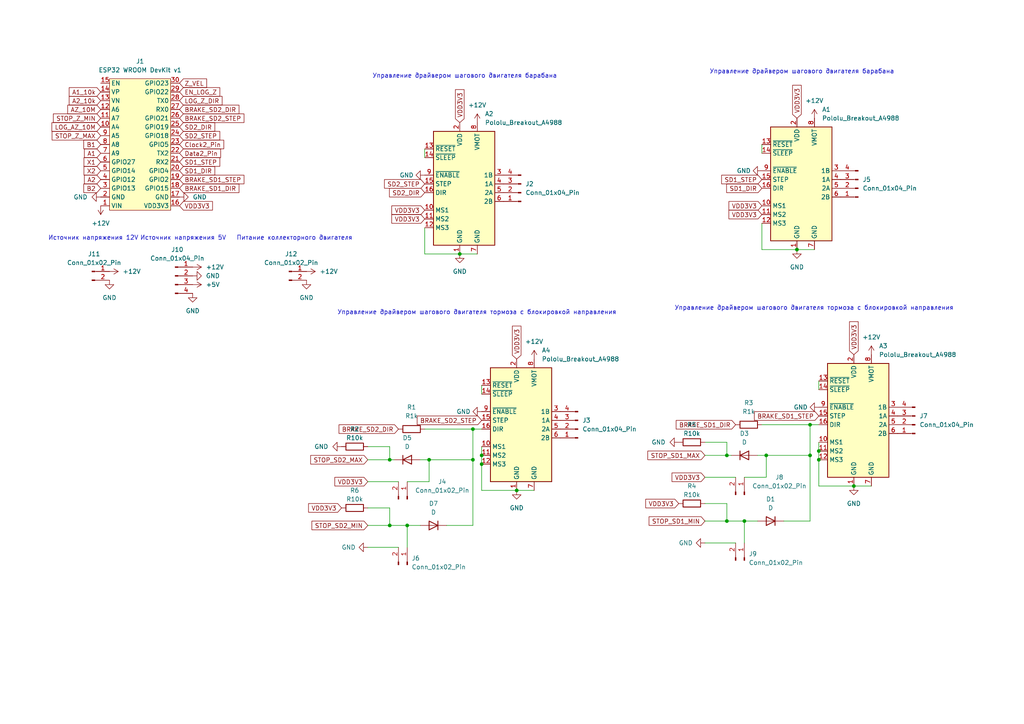
<source format=kicad_sch>
(kicad_sch (version 20230121) (generator eeschema)
  (paper "A4")
  (lib_symbols
    (symbol "4xxx:4011" (pin_names (offset 1.016))
      (property "Reference" "U" (at 0 1.27 0))
      (property "Value" "4011" (at 0 -1.27 0))
      (symbol "4011_1_1"
        (pin input line (at -7.62 2.54 0) (length 3.81) (name "~") (number "1"))
        (pin input line (at -7.62 -2.54 0) (length 3.81) (name "~") (number "2"))
        (pin output inverted (at 7.62 0 180) (length 3.81) (name "~") (number "3"))
      )
      (symbol "4011_1_2"
        (pin input inverted (at -7.62 2.54 0) (length 4.318) (name "~") (number "1"))
        (pin input inverted (at -7.62 -2.54 0) (length 4.318) (name "~") (number "2"))
        (pin output line (at 7.62 0 180) (length 3.81) (name "~") (number "3"))
      )
      (symbol "4011_2_1"
        (pin output inverted (at 7.62 0 180) (length 3.81) (name "~") (number "4"))
        (pin input line (at -7.62 2.54 0) (length 3.81) (name "~") (number "5"))
        (pin input line (at -7.62 -2.54 0) (length 3.81) (name "~") (number "6"))
      )
      (symbol "4011_2_2"
        (pin output line (at 7.62 0 180) (length 3.81) (name "~") (number "4"))
        (pin input inverted (at -7.62 2.54 0) (length 4.318) (name "~") (number "5"))
        (pin input inverted (at -7.62 -2.54 0) (length 4.318) (name "~") (number "6"))
      )
      (symbol "4011_3_1"
        (pin output inverted (at 7.62 0 180) (length 3.81) (name "~") (number "10"))
        (pin input line (at -7.62 2.54 0) (length 3.81) (name "~") (number "8"))
        (pin input line (at -7.62 -2.54 0) (length 3.81) (name "~") (number "9"))
      )
      (symbol "4011_3_2"
        (pin output line (at 7.62 0 180) (length 3.81) (name "~") (number "10"))
        (pin input inverted (at -7.62 2.54 0) (length 4.318) (name "~") (number "8"))
        (pin input inverted (at -7.62 -2.54 0) (length 4.318) (name "~") (number "9"))
      )
      (symbol "4011_4_1"
        (pin output inverted (at 7.62 0 180) (length 3.81) (name "~") (number "11"))
        (pin input line (at -7.62 2.54 0) (length 3.81) (name "~") (number "12"))
        (pin input line (at -7.62 -2.54 0) (length 3.81) (name "~") (number "13"))
      )
      (symbol "4011_4_2"
        (pin output line (at 7.62 0 180) (length 3.81) (name "~") (number "11"))
        (pin input inverted (at -7.62 2.54 0) (length 4.318) (name "~") (number "12"))
        (pin input inverted (at -7.62 -2.54 0) (length 4.318) (name "~") (number "13"))
      )
      (symbol "4011_5_0"
        (pin power_in line (at 0 12.7 270) (length 5.08) (name "VDD") (number "14"))
        (pin power_in line (at 0 -12.7 90) (length 5.08) (name "VSS") (number "7"))
      )
    )
    (symbol "Amplifier_Operational:LMV358" (pin_names (offset 0.127))
      (property "Reference" "U" (at 0 5.08 0))
      (property "Value" "LMV358" (at 0 -5.08 0))
      (symbol "LMV358_1_1"
        (pin output line (at 7.62 0 180) (length 2.54) (name "~") (number "1"))
        (pin input line (at -7.62 -2.54 0) (length 2.54) (name "-") (number "2"))
        (pin input line (at -7.62 2.54 0) (length 2.54) (name "+") (number "3"))
      )
      (symbol "LMV358_2_1"
        (pin input line (at -7.62 2.54 0) (length 2.54) (name "+") (number "5"))
        (pin input line (at -7.62 -2.54 0) (length 2.54) (name "-") (number "6"))
        (pin output line (at 7.62 0 180) (length 2.54) (name "~") (number "7"))
      )
      (symbol "LMV358_3_1"
        (pin power_in line (at -2.54 -7.62 90) (length 3.81) (name "V-") (number "4"))
        (pin power_in line (at -2.54 7.62 270) (length 3.81) (name "V+") (number "8"))
      )
    )
    (symbol "Connector:Conn_01x02_Pin" (pin_names (offset 1.016) hide)
      (property "Reference" "J" (at 0 2.54 0))
      (property "Value" "Conn_01x02_Pin" (at 0 -5.08 0))
      (symbol "Conn_01x02_Pin_1_1"
        (pin passive line (at 5.08 0 180) (length 3.81) (name "Pin_1") (number "1"))
        (pin passive line (at 5.08 -2.54 180) (length 3.81) (name "Pin_2") (number "2"))
      )
    )
    (symbol "Connector:Conn_01x03_Pin" (pin_names (offset 1.016) hide)
      (property "Reference" "J" (at 0 5.08 0))
      (property "Value" "Conn_01x03_Pin" (at 0 -5.08 0))
      (symbol "Conn_01x03_Pin_1_1"
        (pin passive line (at 5.08 2.54 180) (length 3.81) (name "Pin_1") (number "1"))
        (pin passive line (at 5.08 0 180) (length 3.81) (name "Pin_2") (number "2"))
        (pin passive line (at 5.08 -2.54 180) (length 3.81) (name "Pin_3") (number "3"))
      )
    )
    (symbol "Connector:Conn_01x04_Pin" (pin_names (offset 1.016) hide)
      (property "Reference" "J" (at 0 5.08 0))
      (property "Value" "Conn_01x04_Pin" (at 0 -7.62 0))
      (symbol "Conn_01x04_Pin_1_1"
        (pin passive line (at 5.08 2.54 180) (length 3.81) (name "Pin_1") (number "1"))
        (pin passive line (at 5.08 0 180) (length 3.81) (name "Pin_2") (number "2"))
        (pin passive line (at 5.08 -2.54 180) (length 3.81) (name "Pin_3") (number "3"))
        (pin passive line (at 5.08 -5.08 180) (length 3.81) (name "Pin_4") (number "4"))
      )
    )
    (symbol "Connector:Conn_01x05_Pin" (pin_names (offset 1.016) hide)
      (property "Reference" "J" (at 0 7.62 0))
      (property "Value" "Conn_01x05_Pin" (at 0 -7.62 0))
      (symbol "Conn_01x05_Pin_1_1"
        (pin passive line (at 5.08 5.08 180) (length 3.81) (name "Pin_1") (number "1"))
        (pin passive line (at 5.08 2.54 180) (length 3.81) (name "Pin_2") (number "2"))
        (pin passive line (at 5.08 0 180) (length 3.81) (name "Pin_3") (number "3"))
        (pin passive line (at 5.08 -2.54 180) (length 3.81) (name "Pin_4") (number "4"))
        (pin passive line (at 5.08 -5.08 180) (length 3.81) (name "Pin_5") (number "5"))
      )
    )
    (symbol "Device:D" (pin_numbers hide) (pin_names (offset 1.016) hide)
      (property "Reference" "D" (at 0 2.54 0))
      (property "Value" "D" (at 0 -2.54 0))
      (symbol "D_1_1"
        (pin passive line (at -3.81 0 0) (length 2.54) (name "K") (number "1"))
        (pin passive line (at 3.81 0 180) (length 2.54) (name "A") (number "2"))
      )
    )
    (symbol "Device:R" (pin_numbers hide) (pin_names (offset 0))
      (property "Reference" "R" (at 2.032 0 90))
      (property "Value" "R" (at 0 0 90))
      (symbol "R_1_1"
        (pin passive line (at 0 3.81 270) (length 1.27) (name "~") (number "1"))
        (pin passive line (at 0 -3.81 90) (length 1.27) (name "~") (number "2"))
      )
    )
    (symbol "Diode:1N4007" (pin_numbers hide) (pin_names hide)
      (property "Reference" "D" (at 0 2.54 0))
      (property "Value" "1N4007" (at 0 -2.54 0))
      (symbol "1N4007_1_1"
        (pin passive line (at -3.81 0 0) (length 2.54) (name "K") (number "1"))
        (pin passive line (at 3.81 0 180) (length 2.54) (name "A") (number "2"))
      )
    )
    (symbol "Driver_Motor:Pololu_Breakout_A4988"
      (property "Reference" "A" (at -2.54 19.05 0))
      (property "Value" "Pololu_Breakout_A4988" (at -2.54 16.51 0))
      (symbol "Pololu_Breakout_A4988_1_1"
        (pin power_in line (at 0 -20.32 90) (length 2.54) (name "GND") (number "1"))
        (pin input line (at -10.16 -7.62 0) (length 2.54) (name "MS1") (number "10"))
        (pin input line (at -10.16 -10.16 0) (length 2.54) (name "MS2") (number "11"))
        (pin input line (at -10.16 -12.7 0) (length 2.54) (name "MS3") (number "12"))
        (pin input line (at -10.16 10.16 0) (length 2.54) (name "~{RESET}") (number "13"))
        (pin input line (at -10.16 7.62 0) (length 2.54) (name "~{SLEEP}") (number "14"))
        (pin input line (at -10.16 0 0) (length 2.54) (name "STEP") (number "15"))
        (pin input line (at -10.16 -2.54 0) (length 2.54) (name "DIR") (number "16"))
        (pin power_in line (at 0 17.78 270) (length 2.54) (name "VDD") (number "2"))
        (pin output line (at 12.7 2.54 180) (length 2.54) (name "1B") (number "3"))
        (pin output line (at 12.7 0 180) (length 2.54) (name "1A") (number "4"))
        (pin output line (at 12.7 -2.54 180) (length 2.54) (name "2A") (number "5"))
        (pin output line (at 12.7 -5.08 180) (length 2.54) (name "2B") (number "6"))
        (pin power_in line (at 5.08 -20.32 90) (length 2.54) (name "GND") (number "7"))
        (pin power_in line (at 5.08 17.78 270) (length 2.54) (name "VMOT") (number "8"))
        (pin input line (at -10.16 2.54 0) (length 2.54) (name "~{ENABLE}") (number "9"))
      )
    )
    (symbol "Interface_Expansion:PCA9555D"
      (property "Reference" "U" (at -8.89 24.13 0))
      (property "Value" "PCA9555D" (at 6.35 24.13 0))
      (symbol "PCA9555D_1_1"
        (pin open_collector line (at -12.7 12.7 0) (length 2.54) (name "~{INT}") (number "1"))
        (pin bidirectional line (at 12.7 5.08 180) (length 2.54) (name "IO0_6") (number "10"))
        (pin bidirectional line (at 12.7 2.54 180) (length 2.54) (name "IO0_7") (number "11"))
        (pin power_in line (at 0 -25.4 90) (length 2.54) (name "VSS") (number "12"))
        (pin bidirectional line (at 12.7 -2.54 180) (length 2.54) (name "IO1_0") (number "13"))
        (pin bidirectional line (at 12.7 -5.08 180) (length 2.54) (name "IO1_1") (number "14"))
        (pin bidirectional line (at 12.7 -7.62 180) (length 2.54) (name "IO1_2") (number "15"))
        (pin bidirectional line (at 12.7 -10.16 180) (length 2.54) (name "IO1_3") (number "16"))
        (pin bidirectional line (at 12.7 -12.7 180) (length 2.54) (name "IO1_4") (number "17"))
        (pin bidirectional line (at 12.7 -15.24 180) (length 2.54) (name "IO1_5") (number "18"))
        (pin bidirectional line (at 12.7 -17.78 180) (length 2.54) (name "IO1_6") (number "19"))
        (pin input line (at -12.7 -17.78 0) (length 2.54) (name "A1") (number "2"))
        (pin bidirectional line (at 12.7 -20.32 180) (length 2.54) (name "IO1_7") (number "20"))
        (pin input line (at -12.7 -15.24 0) (length 2.54) (name "A0") (number "21"))
        (pin input line (at -12.7 20.32 0) (length 2.54) (name "SCL") (number "22"))
        (pin bidirectional line (at -12.7 17.78 0) (length 2.54) (name "SDA") (number "23"))
        (pin power_in line (at 0 25.4 270) (length 2.54) (name "VDD") (number "24"))
        (pin input line (at -12.7 -20.32 0) (length 2.54) (name "A2") (number "3"))
        (pin bidirectional line (at 12.7 20.32 180) (length 2.54) (name "IO0_0") (number "4"))
        (pin bidirectional line (at 12.7 17.78 180) (length 2.54) (name "IO0_1") (number "5"))
        (pin bidirectional line (at 12.7 15.24 180) (length 2.54) (name "IO0_2") (number "6"))
        (pin bidirectional line (at 12.7 12.7 180) (length 2.54) (name "IO0_3") (number "7"))
        (pin bidirectional line (at 12.7 10.16 180) (length 2.54) (name "IO0_4") (number "8"))
        (pin bidirectional line (at 12.7 7.62 180) (length 2.54) (name "IO0_5") (number "9"))
      )
    )
    (symbol "Logic_LevelTranslator:TXS0108EPW"
      (property "Reference" "U" (at -6.35 16.51 0))
      (property "Value" "TXS0108EPW" (at 3.81 16.51 0))
      (symbol "TXS0108EPW_1_1"
        (pin bidirectional line (at -10.16 7.62 0) (length 2.54) (name "A1") (number "1"))
        (pin input line (at -10.16 10.16 0) (length 2.54) (name "OE") (number "10"))
        (pin power_in line (at 0 -17.78 90) (length 2.54) (name "GND") (number "11"))
        (pin bidirectional line (at 10.16 -10.16 180) (length 2.54) (name "B8") (number "12"))
        (pin bidirectional line (at 10.16 -7.62 180) (length 2.54) (name "B7") (number "13"))
        (pin bidirectional line (at 10.16 -5.08 180) (length 2.54) (name "B6") (number "14"))
        (pin bidirectional line (at 10.16 -2.54 180) (length 2.54) (name "B5") (number "15"))
        (pin bidirectional line (at 10.16 0 180) (length 2.54) (name "B4") (number "16"))
        (pin bidirectional line (at 10.16 2.54 180) (length 2.54) (name "B3") (number "17"))
        (pin bidirectional line (at 10.16 5.08 180) (length 2.54) (name "B2") (number "18"))
        (pin power_in line (at 2.54 17.78 270) (length 2.54) (name "VCCB") (number "19"))
        (pin power_in line (at -2.54 17.78 270) (length 2.54) (name "VCCA") (number "2"))
        (pin bidirectional line (at 10.16 7.62 180) (length 2.54) (name "B1") (number "20"))
        (pin bidirectional line (at -10.16 5.08 0) (length 2.54) (name "A2") (number "3"))
        (pin bidirectional line (at -10.16 2.54 0) (length 2.54) (name "A3") (number "4"))
        (pin bidirectional line (at -10.16 0 0) (length 2.54) (name "A4") (number "5"))
        (pin bidirectional line (at -10.16 -2.54 0) (length 2.54) (name "A5") (number "6"))
        (pin bidirectional line (at -10.16 -5.08 0) (length 2.54) (name "A6") (number "7"))
        (pin bidirectional line (at -10.16 -7.62 0) (length 2.54) (name "A7") (number "8"))
        (pin bidirectional line (at -10.16 -10.16 0) (length 2.54) (name "A8") (number "9"))
      )
    )
    (symbol "_Мои:ESP32_WROOM_DevKit_v1"
      (property "Reference" "J" (at -1.27 3.81 0))
      (property "Value" "ESP32 WROOM DevKit v1" (at 0 1.27 0))
      (symbol "ESP32_WROOM_DevKit_v1_1_1"
        (pin power_in line (at -11.43 -38.1 0) (length 2.54) (name "VIN") (number "1"))
        (pin bidirectional line (at -11.43 -15.24 0) (length 2.54) (name "A4") (number "10"))
        (pin input line (at -11.43 -12.7 0) (length 2.54) (name "A7") (number "11"))
        (pin input line (at -11.43 -10.16 0) (length 2.54) (name "A6") (number "12"))
        (pin input line (at -11.43 -7.62 0) (length 2.54) (name "VN") (number "13"))
        (pin input line (at -11.43 -5.08 0) (length 2.54) (name "VP") (number "14"))
        (pin input line (at -11.43 -2.54 0) (length 2.54) (name "EN") (number "15"))
        (pin power_out line (at 11.43 -38.1 180) (length 2.54) (name "VDD3V3") (number "16"))
        (pin power_out line (at 11.43 -35.56 180) (length 2.54) (name "GND") (number "17"))
        (pin bidirectional line (at 11.43 -33.02 180) (length 2.54) (name "GPIO15") (number "18"))
        (pin bidirectional line (at 11.43 -30.48 180) (length 2.54) (name "GPIO2") (number "19"))
        (pin power_in line (at -11.43 -35.56 0) (length 2.54) (name "GND") (number "2"))
        (pin bidirectional line (at 11.43 -27.94 180) (length 2.54) (name "GPIO4") (number "20"))
        (pin bidirectional line (at 11.43 -25.4 180) (length 2.54) (name "RX2") (number "21"))
        (pin bidirectional line (at 11.43 -22.86 180) (length 2.54) (name "TX2") (number "22"))
        (pin bidirectional line (at 11.43 -20.32 180) (length 2.54) (name "GPIO5") (number "23"))
        (pin bidirectional line (at 11.43 -17.78 180) (length 2.54) (name "GPIO18") (number "24"))
        (pin bidirectional line (at 11.43 -15.24 180) (length 2.54) (name "GPIO19") (number "25"))
        (pin bidirectional line (at 11.43 -12.7 180) (length 2.54) (name "GPIO21") (number "26"))
        (pin bidirectional line (at 11.43 -10.16 180) (length 2.54) (name "RX0") (number "27"))
        (pin bidirectional line (at 11.43 -7.62 180) (length 2.54) (name "TX0") (number "28"))
        (pin bidirectional line (at 11.43 -5.08 180) (length 2.54) (name "GPIO22") (number "29"))
        (pin bidirectional line (at -11.43 -33.02 0) (length 2.54) (name "GPIO13") (number "3"))
        (pin bidirectional line (at 11.43 -2.54 180) (length 2.54) (name "GPIO23") (number "30"))
        (pin bidirectional line (at -11.43 -30.48 0) (length 2.54) (name "GPIO12") (number "4"))
        (pin bidirectional line (at -11.43 -27.94 0) (length 2.54) (name "GPIO14") (number "5"))
        (pin bidirectional line (at -11.43 -25.4 0) (length 2.54) (name "GPIO27") (number "6"))
        (pin bidirectional line (at -11.43 -22.86 0) (length 2.54) (name "A9") (number "7"))
        (pin bidirectional line (at -11.43 -20.32 0) (length 2.54) (name "A8") (number "8"))
        (pin bidirectional line (at -11.43 -17.78 0) (length 2.54) (name "A5") (number "9"))
      )
    )
    (symbol "power:+12V" (power) (pin_names (offset 0))
      (property "Value" "+12V" (at 0 3.556 0))
      (symbol "+12V_1_1"
        (pin power_in line (at 0 0 90) (length 0) hide (name "+12V") (number "1"))
      )
    )
    (symbol "power:+5V" (power) (pin_names (offset 0))
      (property "Value" "+5V" (at 0 3.556 0))
      (symbol "+5V_1_1"
        (pin power_in line (at 0 0 90) (length 0) hide (name "+5V") (number "1"))
      )
    )
    (symbol "power:GND" (power) (pin_names (offset 0))
      (property "Value" "GND" (at 0 -3.81 0))
      (symbol "GND_1_1"
        (pin power_in line (at 0 0 270) (length 0) hide (name "GND") (number "1"))
      )
    )
  )
  (junction (at 149.86 142.24))
  (junction (at -208.28 181.61))
  (junction (at 237.49 130.81))
  (junction (at 77.47 304.8))
  (junction (at 231.14 72.39))
  (junction (at 90.17 297.18))
  (junction (at 113.03 133.35))
  (junction (at 247.65 140.97))
  (junction (at 234.95 132.08))
  (junction (at -218.44 149.86))
  (junction (at -227.33 222.25))
  (junction (at 64.77 299.72))
  (junction (at 210.82 151.13))
  (junction (at 139.7 132.08))
  (junction (at 137.16 124.46))
  (junction (at 38.1 248.92))
  (junction (at -57.15 287.02))
  (junction (at 90.17 294.64))
  (junction (at 137.16 133.35))
  (junction (at -210.82 168.91))
  (junction (at 38.1 266.7))
  (junction (at 48.26 261.62))
  (junction (at 64.77 297.18))
  (junction (at -69.85 270.51))
  (junction (at 90.17 304.8))
  (junction (at 58.42 248.92))
  (junction (at 237.49 133.35))
  (junction (at 113.03 152.4))
  (junction (at -181.61 168.91))
  (junction (at 133.35 73.66))
  (junction (at 234.95 123.19))
  (junction (at -67.31 320.04))
  (junction (at 90.17 299.72))
  (junction (at 210.82 132.08))
  (junction (at 58.42 259.08))
  (junction (at 90.17 292.1))
  (junction (at -207.01 294.64))
  (junction (at 215.9 151.13))
  (junction (at 139.7 134.62))
  (junction (at 90.17 289.56))
  (junction (at 48.26 248.92))
  (junction (at 124.46 133.35))
  (junction (at 222.25 132.08))
  (junction (at -219.71 278.13))
  (junction (at 90.17 274.32))
  (junction (at -54.61 336.55))
  (junction (at 118.11 152.4))
  (wire (pts (xy 133.35 73.66) (xy 138.43 73.66)))
  (wire (pts (xy 204.47 146.05) (xy 210.82 146.05)))
  (wire (pts (xy 220.98 64.77) (xy 220.98 72.39)))
  (wire (pts (xy -180.34 240.03) (xy -171.45 240.03)))
  (wire (pts (xy -207.01 294.64) (xy -204.47 294.64)))
  (wire (pts (xy -214.63 168.91) (xy -210.82 168.91)))
  (wire (pts (xy -185.42 181.61) (xy -181.61 181.61)))
  (wire (pts (xy 139.7 142.24) (xy 149.86 142.24)))
  (wire (pts (xy 77.47 248.92) (xy 77.47 254)))
  (wire (pts (xy 118.11 158.75) (xy 118.11 152.4)))
  (wire (pts (xy 90.17 264.16) (xy 104.14 264.16)))
  (wire (pts (xy 90.17 259.08) (xy 104.14 259.08)))
  (wire (pts (xy -210.82 179.07) (xy -210.82 168.91)))
  (wire (pts (xy 210.82 128.27) (xy 210.82 132.08)))
  (wire (pts (xy 58.42 248.92) (xy 77.47 248.92)))
  (wire (pts (xy -212.09 149.86) (xy -212.09 152.4)))
  (wire (pts (xy -66.04 93.98) (xy -64.77 93.98)))
  (wire (pts (xy 113.03 133.35) (xy 114.3 133.35)))
  (wire (pts (xy 204.47 128.27) (xy 210.82 128.27)))
  (wire (pts (xy 124.46 139.7) (xy 124.46 133.35)))
  (wire (pts (xy -86.36 85.09) (xy -66.04 85.09)))
  (wire (pts (xy -85.09 121.92) (xy -77.47 121.92)))
  (wire (pts (xy -45.72 336.55) (xy -34.29 336.55)))
  (wire (pts (xy 129.54 152.4) (xy 137.16 152.4)))
  (wire (pts (xy -90.17 129.54) (xy -90.17 111.76)))
  (wire (pts (xy 247.65 140.97) (xy 252.73 140.97)))
  (wire (pts (xy 113.03 152.4) (xy 118.11 152.4)))
  (wire (pts (xy -218.44 278.13) (xy -219.71 278.13)))
  (wire (pts (xy 204.47 138.43) (xy 213.36 138.43)))
  (wire (pts (xy 113.03 147.32) (xy 113.03 152.4)))
  (wire (pts (xy 215.9 157.48) (xy 215.9 151.13)))
  (wire (pts (xy -186.69 294.64) (xy -196.85 294.64)))
  (wire (pts (xy 139.7 111.76) (xy 139.7 114.3)))
  (wire (pts (xy 124.46 133.35) (xy 137.16 133.35)))
  (wire (pts (xy 35.56 261.62) (xy 48.26 261.62)))
  (wire (pts (xy -53.34 336.55) (xy -54.61 336.55)))
  (wire (pts (xy -227.33 222.25) (xy -227.33 214.63)))
  (wire (pts (xy -224.79 168.91) (xy -222.25 168.91)))
  (wire (pts (xy 137.16 133.35) (xy 137.16 124.46)))
  (wire (pts (xy -34.29 316.23) (xy -34.29 336.55)))
  (wire (pts (xy -226.06 181.61) (xy -208.28 181.61)))
  (wire (pts (xy -67.31 336.55) (xy -63.5 336.55)))
  (wire (pts (xy 204.47 157.48) (xy 213.36 157.48)))
  (wire (pts (xy 215.9 138.43) (xy 222.25 138.43)))
  (wire (pts (xy 106.68 147.32) (xy 113.03 147.32)))
  (wire (pts (xy -219.71 278.13) (xy -220.98 278.13)))
  (wire (pts (xy 106.68 133.35) (xy 113.03 133.35)))
  (wire (pts (xy -212.09 152.4) (xy -193.04 152.4)))
  (wire (pts (xy 48.26 248.92) (xy 58.42 248.92)))
  (wire (pts (xy 38.1 248.92) (xy 48.26 248.92)))
  (wire (pts (xy -220.98 227.33) (xy -220.98 237.49)))
  (wire (pts (xy -232.41 232.41) (xy -195.58 232.41)))
  (wire (pts (xy -218.44 144.78) (xy -218.44 149.86)))
  (wire (pts (xy -218.44 149.86) (xy -218.44 161.29)))
  (wire (pts (xy -90.17 111.76) (xy -64.77 111.76)))
  (wire (pts (xy 234.95 151.13) (xy 234.95 132.08)))
  (wire (pts (xy -220.98 186.69) (xy -226.06 186.69)))
  (wire (pts (xy 64.77 304.8) (xy 77.47 304.8)))
  (wire (pts (xy -71.12 99.06) (xy -64.77 99.06)))
  (wire (pts (xy 33.02 248.92) (xy 38.1 248.92)))
  (wire (pts (xy -219.71 278.13) (xy -219.71 294.64)))
  (wire (pts (xy -218.44 242.57) (xy -195.58 242.57)))
  (wire (pts (xy -67.31 320.04) (xy -68.58 320.04)))
  (wire (pts (xy -207.01 294.64) (xy -207.01 276.86)))
  (wire (pts (xy -69.85 287.02) (xy -66.04 287.02)))
  (wire (pts (xy -57.15 287.02) (xy -57.15 269.24)))
  (wire (pts (xy 237.49 140.97) (xy 247.65 140.97)))
  (wire (pts (xy -54.61 336.55) (xy -54.61 318.77)))
  (wire (pts (xy -55.88 287.02) (xy -57.15 287.02)))
  (wire (pts (xy -210.82 168.91) (xy -181.61 168.91)))
  (wire (pts (xy -36.83 266.7) (xy -36.83 287.02)))
  (wire (pts (xy -218.44 222.25) (xy -218.44 242.57)))
  (wire (pts (xy -222.25 271.78) (xy -201.93 271.78)))
  (wire (pts (xy -57.15 287.02) (xy -58.42 287.02)))
  (wire (pts (xy -85.09 104.14) (xy -64.77 104.14)))
  (wire (pts (xy 204.47 151.13) (xy 210.82 151.13)))
  (wire (pts (xy -67.31 320.04) (xy -67.31 336.55)))
  (wire (pts (xy 222.25 138.43) (xy 222.25 132.08)))
  (wire (pts (xy -48.26 287.02) (xy -36.83 287.02)))
  (wire (pts (xy 35.56 266.7) (xy 38.1 266.7)))
  (wire (pts (xy 220.98 41.91) (xy 220.98 44.45)))
  (wire (pts (xy 210.82 132.08) (xy 212.09 132.08)))
  (wire (pts (xy -219.71 294.64) (xy -215.9 294.64)))
  (wire (pts (xy 90.17 294.64) (xy 90.17 297.18)))
  (wire (pts (xy 137.16 124.46) (xy 139.7 124.46)))
  (wire (pts (xy 234.95 132.08) (xy 234.95 123.19)))
  (wire (pts (xy -224.79 173.99) (xy -224.79 168.91)))
  (wire (pts (xy 222.25 132.08) (xy 234.95 132.08)))
  (wire (pts (xy 64.77 299.72) (xy 64.77 304.8)))
  (wire (pts (xy -203.2 222.25) (xy -195.58 222.25)))
  (wire (pts (xy -69.85 313.69) (xy -49.53 313.69)))
  (wire (pts (xy 106.68 129.54) (xy 113.03 129.54)))
  (wire (pts (xy -68.58 270.51) (xy -69.85 270.51)))
  (wire (pts (xy -181.61 181.61) (xy -181.61 168.91)))
  (wire (pts (xy 227.33 151.13) (xy 234.95 151.13)))
  (wire (pts (xy -87.63 124.46) (xy -77.47 124.46)))
  (wire (pts (xy -72.39 264.16) (xy -52.07 264.16)))
  (wire (pts (xy 38.1 256.54) (xy 38.1 266.7)))
  (wire (pts (xy -207.01 294.64) (xy -208.28 294.64)))
  (wire (pts (xy -218.44 161.29) (xy -181.61 161.29)))
  (wire (pts (xy 237.49 128.27) (xy 237.49 130.81)))
  (wire (pts (xy -54.61 336.55) (xy -55.88 336.55)))
  (wire (pts (xy 237.49 110.49) (xy 237.49 113.03)))
  (wire (pts (xy 123.19 66.04) (xy 123.19 73.66)))
  (wire (pts (xy -193.04 147.32) (xy -193.04 149.86)))
  (wire (pts (xy 231.14 72.39) (xy 236.22 72.39)))
  (wire (pts (xy -68.58 90.17) (xy -68.58 96.52)))
  (wire (pts (xy -171.45 224.79) (xy -171.45 227.33)))
  (wire (pts (xy -207.01 276.86) (xy -201.93 276.86)))
  (wire (pts (xy -208.28 181.61) (xy -193.04 181.61)))
  (wire (pts (xy 38.1 266.7) (xy 64.77 266.7)))
  (wire (pts (xy 137.16 152.4) (xy 137.16 133.35)))
  (wire (pts (xy -208.28 181.61) (xy -208.28 193.04)))
  (wire (pts (xy 220.98 72.39) (xy 231.14 72.39)))
  (wire (pts (xy 48.26 256.54) (xy 48.26 261.62)))
  (wire (pts (xy -226.06 186.69) (xy -226.06 181.61)))
  (wire (pts (xy 90.17 287.02) (xy 90.17 289.56)))
  (wire (pts (xy -186.69 274.32) (xy -186.69 294.64)))
  (wire (pts (xy 35.56 259.08) (xy 58.42 259.08)))
  (wire (pts (xy 90.17 292.1) (xy 90.17 294.64)))
  (wire (pts (xy 90.17 289.56) (xy 90.17 292.1)))
  (wire (pts (xy 237.49 130.81) (xy 237.49 133.35)))
  (wire (pts (xy -231.14 154.94) (xy -193.04 154.94)))
  (wire (pts (xy 90.17 297.18) (xy 90.17 299.72)))
  (wire (pts (xy 139.7 132.08) (xy 139.7 134.62)))
  (wire (pts (xy -203.2 217.17) (xy -203.2 222.25)))
  (wire (pts (xy -232.41 222.25) (xy -227.33 222.25)))
  (wire (pts (xy 48.26 261.62) (xy 64.77 261.62)))
  (wire (pts (xy 113.03 129.54) (xy 113.03 133.35)))
  (wire (pts (xy -181.61 161.29) (xy -181.61 168.91)))
  (wire (pts (xy 123.19 124.46) (xy 137.16 124.46)))
  (wire (pts (xy 90.17 276.86) (xy 104.14 276.86)))
  (wire (pts (xy 106.68 139.7) (xy 115.57 139.7)))
  (wire (pts (xy 106.68 158.75) (xy 115.57 158.75)))
  (wire (pts (xy 90.17 284.48) (xy 104.14 284.48)))
  (wire (pts (xy -227.33 222.25) (xy -218.44 222.25)))
  (wire (pts (xy -66.04 320.04) (xy -67.31 320.04)))
  (wire (pts (xy -180.34 224.79) (xy -171.45 224.79)))
  (wire (pts (xy -86.36 92.71) (xy -71.12 92.71)))
  (wire (pts (xy 106.68 152.4) (xy 113.03 152.4)))
  (wire (pts (xy 64.77 297.18) (xy 64.77 299.72)))
  (wire (pts (xy -209.55 179.07) (xy -210.82 179.07)))
  (wire (pts (xy 64.77 294.64) (xy 64.77 297.18)))
  (wire (pts (xy -69.85 270.51) (xy -71.12 270.51)))
  (wire (pts (xy -77.47 129.54) (xy -90.17 129.54)))
  (wire (pts (xy -71.12 92.71) (xy -71.12 99.06)))
  (wire (pts (xy 149.86 142.24) (xy 154.94 142.24)))
  (wire (pts (xy 90.17 304.8) (xy 90.17 299.72)))
  (wire (pts (xy 123.19 73.66) (xy 133.35 73.66)))
  (wire (pts (xy -87.63 109.22) (xy -64.77 109.22)))
  (wire (pts (xy -220.98 173.99) (xy -224.79 173.99)))
  (wire (pts (xy -85.09 104.14) (xy -85.09 121.92)))
  (wire (pts (xy -208.28 144.78) (xy -218.44 144.78)))
  (wire (pts (xy 210.82 151.13) (xy 215.9 151.13)))
  (wire (pts (xy -66.04 85.09) (xy -66.04 93.98)))
  (wire (pts (xy 237.49 133.35) (xy 237.49 140.97)))
  (wire (pts (xy -54.61 318.77) (xy -49.53 318.77)))
  (wire (pts (xy 118.11 152.4) (xy 121.92 152.4)))
  (wire (pts (xy -68.58 96.52) (xy -64.77 96.52)))
  (wire (pts (xy -220.98 237.49) (xy -195.58 237.49)))
  (wire (pts (xy 58.42 256.54) (xy 58.42 259.08)))
  (wire (pts (xy 90.17 271.78) (xy 90.17 274.32)))
  (wire (pts (xy -87.63 124.46) (xy -87.63 109.22)))
  (wire (pts (xy -86.36 90.17) (xy -68.58 90.17)))
  (wire (pts (xy 210.82 146.05) (xy 210.82 151.13)))
  (wire (pts (xy -57.15 269.24) (xy -52.07 269.24)))
  (wire (pts (xy -227.33 214.63) (xy -218.44 214.63)))
  (wire (pts (xy 118.11 139.7) (xy 124.46 139.7)))
  (wire (pts (xy 139.7 134.62) (xy 139.7 142.24)))
  (wire (pts (xy -171.45 240.03) (xy -171.45 232.41)))
  (wire (pts (xy 58.42 259.08) (xy 64.77 259.08)))
  (wire (pts (xy 123.19 43.18) (xy 123.19 45.72)))
  (wire (pts (xy 219.71 132.08) (xy 222.25 132.08)))
  (wire (pts (xy 139.7 129.54) (xy 139.7 132.08)))
  (wire (pts (xy 77.47 304.8) (xy 90.17 304.8)))
  (wire (pts (xy -232.41 227.33) (xy -220.98 227.33)))
  (wire (pts (xy -195.58 232.41) (xy -195.58 227.33)))
  (wire (pts (xy -69.85 270.51) (xy -69.85 287.02)))
  (wire (pts (xy 220.98 123.19) (xy 234.95 123.19)))
  (wire (pts (xy 204.47 132.08) (xy 210.82 132.08)))
  (wire (pts (xy -218.44 149.86) (xy -212.09 149.86)))
  (wire (pts (xy 234.95 123.19) (xy 237.49 123.19)))
  (wire (pts (xy 121.92 133.35) (xy 124.46 133.35)))
  (wire (pts (xy 215.9 151.13) (xy 219.71 151.13)))
  (wire (pts (xy 90.17 269.24) (xy 104.14 269.24)))
  (text "Источник напряжения 12V" (at 13.97 69.85 0) (effects (font (size 1.27 1.27)) (justify left bottom)))
  (text "Управление драйвером шагового двигателя тормоза с блокировкой направления" (at 97.79 91.44 0) (effects (font (size 1.27 1.27)) (justify left bottom)))
  (text "Операционный усилитель 10к" (at -69.85 299.72 0) (effects (font (size 1.27 1.27)) (justify left bottom)))
  (text "Операционный усилитель 10к" (at -72.39 251.46 0) (effects (font (size 1.27 1.27)) (justify left bottom)))
  (text "Концевые датчики" (at 69.85 220.98 0) (effects (font (size 1.27 1.27)) (justify left bottom)))
  (text "Потом можно переделать не только направление, но и скорость по обратной связи" (at -241.3 328.93 0) (effects (font (size 1.27 1.27)) (justify left bottom)))
  (text "Управление драйвером шагового двигателя тормоза с блокировкой направления" (at 195.58 90.17 0) (effects (font (size 1.27 1.27)) (justify left bottom)))
  (text "Компоратор веса от датчика о требуемого оси Z" (at -240.03 306.07 0) (effects (font (size 1.27 1.27)) (justify left bottom)))
  (text "Сигнал от датчика веса оси Z" (at -222.25 259.08 0) (effects (font (size 1.27 1.27)) (justify left bottom)))
  (text "Управление двигателем по сигналу EN_LOG от контроллера или по обратной связи" (at -247.65 205.74 0) (effects (font (size 1.27 1.27)) (justify left bottom)))
  (text "Источник напряжения 5V" (at 40.64 69.85 0) (effects (font (size 1.27 1.27)) (justify left bottom)))
  (text "Концевые датчики" (at -72.39 148.59 0) (effects (font (size 1.27 1.27)) (justify left bottom)))
  (text "Ось Z" (at -210.82 67.31 0) (effects (font (size 1.27 1.27)) (justify left bottom)))
  (text "Энкодер" (at -69.85 71.12 0) (effects (font (size 1.27 1.27)) (justify left bottom)))
  (text "Питание коллекторного двигателя" (at 68.58 69.85 0) (effects (font (size 1.27 1.27)) (justify left bottom)))
  (text "Управление драйвером шагового двигателя барабана" (at 107.95 22.86 0) (effects (font (size 1.27 1.27)) (justify left bottom)))
  (text "Управление драйвером коллекторного двигателя с блокировкой направлений" (at -248.92 134.62 0) (effects (font (size 1.27 1.27)) (justify left bottom)))
  (text "Управление драйвером шагового двигателя барабана" (at 205.74 21.59 0) (effects (font (size 1.27 1.27)) (justify left bottom)))
  (global_label "X1" (shape input) (at 29.21 46.99 180) (property "Intersheetrefs" "${INTERSHEET_REFS}" (effects hide)))
  (global_label "X2" (shape input) (at 29.21 49.53 180) (property "Intersheetrefs" "${INTERSHEET_REFS}" (effects hide)))
  (global_label "STOP_Z_MIN5V" (shape input) (at -226.06 181.61 180) (property "Intersheetrefs" "${INTERSHEET_REFS}" (effects hide)))
  (global_label "VDD3V3" (shape input) (at 247.65 102.87 90) (property "Intersheetrefs" "${INTERSHEET_REFS}" (effects hide)))
  (global_label "VDD3V3" (shape input) (at -23.495 262.89 90) (property "Intersheetrefs" "${INTERSHEET_REFS}" (effects hide)))
  (global_label "~INT2" (shape input) (at 35.56 266.7 180) (property "Intersheetrefs" "${INTERSHEET_REFS}" (effects hide)))
  (global_label "BRAKE_SD1_DIR" (shape input) (at 52.07 54.61 0) (property "Intersheetrefs" "${INTERSHEET_REFS}" (effects hide)))
  (global_label "STOP_Z_MIN" (shape input) (at -217.805 90.805 180) (property "Intersheetrefs" "${INTERSHEET_REFS}" (effects hide)))
  (global_label "VDD3V3" (shape input) (at 123.19 60.96 180) (property "Intersheetrefs" "${INTERSHEET_REFS}" (effects hide)))
  (global_label "X2" (shape input) (at -44.45 104.14 0) (property "Intersheetrefs" "${INTERSHEET_REFS}" (effects hide)))
  (global_label "VDD3V3" (shape input) (at 204.47 138.43 180) (property "Intersheetrefs" "${INTERSHEET_REFS}" (effects hide)))
  (global_label "AZ_10M" (shape input) (at 29.21 31.75 180) (property "Intersheetrefs" "${INTERSHEET_REFS}" (effects hide)))
  (global_label "FEEDBACK_Z5V" (shape input) (at -217.17 317.5 0) (property "Intersheetrefs" "${INTERSHEET_REFS}" (effects hide)))
  (global_label "A1_10k" (shape input) (at -36.83 266.7 0) (property "Intersheetrefs" "${INTERSHEET_REFS}" (effects hide)))
  (global_label "VDD3V3" (shape input) (at 149.86 104.14 90) (property "Intersheetrefs" "${INTERSHEET_REFS}" (effects hide)))
  (global_label "FEEDBACK_Z5V" (shape input) (at -232.41 232.41 180) (property "Intersheetrefs" "${INTERSHEET_REFS}" (effects hide)))
  (global_label "Z_DIR" (shape input) (at -233.68 149.86 180) (property "Intersheetrefs" "${INTERSHEET_REFS}" (effects hide)))
  (global_label "X1" (shape input) (at -44.45 99.06 0) (property "Intersheetrefs" "${INTERSHEET_REFS}" (effects hide)))
  (global_label "STOP_SD1_MAX" (shape input) (at 104.14 264.16 0) (property "Intersheetrefs" "${INTERSHEET_REFS}" (effects hide)))
  (global_label "VDD3V3" (shape input) (at 220.98 59.69 180) (property "Intersheetrefs" "${INTERSHEET_REFS}" (effects hide)))
  (global_label "EN_LOG_Z5V" (shape input) (at -232.41 222.25 180) (property "Intersheetrefs" "${INTERSHEET_REFS}" (effects hide)))
  (global_label "VDD3V3" (shape input) (at 99.06 147.32 180) (property "Intersheetrefs" "${INTERSHEET_REFS}" (effects hide)))
  (global_label "B2" (shape input) (at -44.45 111.76 0) (property "Intersheetrefs" "${INTERSHEET_REFS}" (effects hide)))
  (global_label "Clock2_Pin" (shape input) (at 52.07 41.91 0) (property "Intersheetrefs" "${INTERSHEET_REFS}" (effects hide)))
  (global_label "LOG_AZ_10M" (shape input) (at 29.21 36.83 180) (property "Intersheetrefs" "${INTERSHEET_REFS}" (effects hide)))
  (global_label "VDD3V3" (shape input) (at 104.14 269.24 0) (property "Intersheetrefs" "${INTERSHEET_REFS}" (effects hide)))
  (global_label "SD2_STEP" (shape input) (at 52.07 39.37 0) (property "Intersheetrefs" "${INTERSHEET_REFS}" (effects hide)))
  (global_label "Z_VEL5V" (shape input) (at -197.485 103.505 0) (property "Intersheetrefs" "${INTERSHEET_REFS}" (effects hide)))
  (global_label "STOP_SD2_MAX" (shape input) (at 104.14 276.86 0) (property "Intersheetrefs" "${INTERSHEET_REFS}" (effects hide)))
  (global_label "VDD3V3" (shape input) (at -171.45 282.575 90) (property "Intersheetrefs" "${INTERSHEET_REFS}" (effects hide)))
  (global_label "A1" (shape input) (at -44.45 96.52 0) (property "Intersheetrefs" "${INTERSHEET_REFS}" (effects hide)))
  (global_label "SD1_DIR" (shape input) (at 52.07 49.53 0) (property "Intersheetrefs" "${INTERSHEET_REFS}" (effects hide)))
  (global_label "SD1_STEP" (shape input) (at 52.07 46.99 0) (property "Intersheetrefs" "${INTERSHEET_REFS}" (effects hide)))
  (global_label "VDD3V3" (shape input) (at -76.2 320.04 180) (property "Intersheetrefs" "${INTERSHEET_REFS}" (effects hide)))
  (global_label "BRAKE_SD2_DIR" (shape input) (at 52.07 31.75 0) (property "Intersheetrefs" "${INTERSHEET_REFS}" (effects hide)))
  (global_label "STOP_SD2_MAX" (shape input) (at 106.68 133.35 180) (property "Intersheetrefs" "${INTERSHEET_REFS}" (effects hide)))
  (global_label "EN_LOG_Z5V" (shape input) (at -197.485 100.965 0) (property "Intersheetrefs" "${INTERSHEET_REFS}" (effects hide)))
  (global_label "VDD3V3" (shape input) (at -52.07 83.82 90) (property "Intersheetrefs" "${INTERSHEET_REFS}" (effects hide)))
  (global_label "SD2_DIR" (shape input) (at 123.19 55.88 180) (property "Intersheetrefs" "${INTERSHEET_REFS}" (effects hide)))
  (global_label "STOP_Z_MAX5V" (shape input) (at -197.485 90.805 0) (property "Intersheetrefs" "${INTERSHEET_REFS}" (effects hide)))
  (global_label "VDD3V3" (shape input) (at 52.07 59.69 0) (property "Intersheetrefs" "${INTERSHEET_REFS}" (effects hide)))
  (global_label "B1" (shape input) (at -44.45 93.98 0) (property "Intersheetrefs" "${INTERSHEET_REFS}" (effects hide)))
  (global_label "BRAKE_SD1_STEP" (shape input) (at 237.49 120.65 180) (property "Intersheetrefs" "${INTERSHEET_REFS}" (effects hide)))
  (global_label "SD2_STEP" (shape input) (at 123.19 53.34 180) (property "Intersheetrefs" "${INTERSHEET_REFS}" (effects hide)))
  (global_label "STOP_SD2_MIN" (shape input) (at 104.14 284.48 0) (property "Intersheetrefs" "${INTERSHEET_REFS}" (effects hide)))
  (global_label "STOP_SD2_MIN" (shape input) (at 106.68 152.4 180) (property "Intersheetrefs" "${INTERSHEET_REFS}" (effects hide)))
  (global_label "Z_VEL5V" (shape input) (at -231.14 154.94 180) (property "Intersheetrefs" "${INTERSHEET_REFS}" (effects hide)))
  (global_label "EN_LOG_Z" (shape input) (at -217.805 100.965 180) (property "Intersheetrefs" "${INTERSHEET_REFS}" (effects hide)))
  (global_label "VDD3V3" (shape input) (at 33.02 248.92 180) (property "Intersheetrefs" "${INTERSHEET_REFS}" (effects hide)))
  (global_label "STOP_Z_MIN5V" (shape input) (at -197.485 85.725 0) (property "Intersheetrefs" "${INTERSHEET_REFS}" (effects hide)))
  (global_label "VDD3V3" (shape input) (at 220.98 62.23 180) (property "Intersheetrefs" "${INTERSHEET_REFS}" (effects hide)))
  (global_label "Z_VEL" (shape input) (at 52.07 24.13 0) (property "Intersheetrefs" "${INTERSHEET_REFS}" (effects hide)))
  (global_label "STOP_SD1_MIN" (shape input) (at 104.14 259.08 0) (property "Intersheetrefs" "${INTERSHEET_REFS}" (effects hide)))
  (global_label "B1" (shape input) (at 29.21 41.91 180) (property "Intersheetrefs" "${INTERSHEET_REFS}" (effects hide)))
  (global_label "A1_10k" (shape input) (at 29.21 26.67 180) (property "Intersheetrefs" "${INTERSHEET_REFS}" (effects hide)))
  (global_label "BRAKE_SD2_DIR" (shape input) (at 115.57 124.46 180) (property "Intersheetrefs" "${INTERSHEET_REFS}" (effects hide)))
  (global_label "Clock2_Pin" (shape input) (at 35.56 259.08 180) (property "Intersheetrefs" "${INTERSHEET_REFS}" (effects hide)))
  (global_label "BRAKE_SD1_DIR" (shape input) (at 213.36 123.19 180) (property "Intersheetrefs" "${INTERSHEET_REFS}" (effects hide)))
  (global_label "AZ_10M" (shape input) (at -186.69 274.32 0) (property "Intersheetrefs" "${INTERSHEET_REFS}" (effects hide)))
  (global_label "VDD3V3" (shape input) (at -222.25 274.32 0) (property "Intersheetrefs" "${INTERSHEET_REFS}" (effects hide)))
  (global_label "STOP_Z_MIN" (shape input) (at 29.21 34.29 180) (property "Intersheetrefs" "${INTERSHEET_REFS}" (effects hide)))
  (global_label "LOG_Z5V" (shape input) (at -232.41 227.33 180) (property "Intersheetrefs" "${INTERSHEET_REFS}" (effects hide)))
  (global_label "Data2_Pin" (shape input) (at 35.56 261.62 180) (property "Intersheetrefs" "${INTERSHEET_REFS}" (effects hide)))
  (global_label "SD1_STEP" (shape input) (at 220.98 52.07 180) (property "Intersheetrefs" "${INTERSHEET_REFS}" (effects hide)))
  (global_label "VDD3V3" (shape input) (at -210.185 113.665 270) (property "Intersheetrefs" "${INTERSHEET_REFS}" (effects hide)))
  (global_label "BRAKE_SD2_STEP" (shape input) (at 139.7 121.92 180) (property "Intersheetrefs" "${INTERSHEET_REFS}" (effects hide)))
  (global_label "A2_10k" (shape input) (at -34.29 316.23 0) (property "Intersheetrefs" "${INTERSHEET_REFS}" (effects hide)))
  (global_label "A1" (shape input) (at 29.21 44.45 180) (property "Intersheetrefs" "${INTERSHEET_REFS}" (effects hide)))
  (global_label "STOP_SD1_MAX" (shape input) (at 204.47 132.08 180) (property "Intersheetrefs" "${INTERSHEET_REFS}" (effects hide)))
  (global_label "STOP_Z_MAX" (shape input) (at 29.21 39.37 180) (property "Intersheetrefs" "${INTERSHEET_REFS}" (effects hide)))
  (global_label "VDD3V3" (shape input) (at -69.85 316.23 0) (property "Intersheetrefs" "${INTERSHEET_REFS}" (effects hide)))
  (global_label "BRAKE_SD1_STEP" (shape input) (at 52.07 52.07 0) (property "Intersheetrefs" "${INTERSHEET_REFS}" (effects hide)))
  (global_label "LOG_AZ_10M" (shape input) (at -240.03 320.04 180) (property "Intersheetrefs" "${INTERSHEET_REFS}" (effects hide)))
  (global_label "STOP_SD1_MIN" (shape input) (at 204.47 151.13 180) (property "Intersheetrefs" "${INTERSHEET_REFS}" (effects hide)))
  (global_label "Data2_Pin" (shape input) (at 52.07 44.45 0) (property "Intersheetrefs" "${INTERSHEET_REFS}" (effects hide)))
  (global_label "LOG_Z_DIR" (shape input) (at -217.805 95.885 180) (property "Intersheetrefs" "${INTERSHEET_REFS}" (effects hide)))
  (global_label "A2_10k" (shape input) (at 29.21 29.21 180) (property "Intersheetrefs" "${INTERSHEET_REFS}" (effects hide)))
  (global_label "LOG_Z5V" (shape input) (at -197.485 95.885 0) (property "Intersheetrefs" "${INTERSHEET_REFS}" (effects hide)))
  (global_label "VDD3V3" (shape input) (at -228.6 278.13 180) (property "Intersheetrefs" "${INTERSHEET_REFS}" (effects hide)))
  (global_label "EN_LOG_Z" (shape input) (at 52.07 26.67 0) (property "Intersheetrefs" "${INTERSHEET_REFS}" (effects hide)))
  (global_label "BRAKE_SD2_STEP" (shape input) (at 52.07 34.29 0) (property "Intersheetrefs" "${INTERSHEET_REFS}" (effects hide)))
  (global_label "VDD3V3" (shape input) (at 106.68 139.7 180) (property "Intersheetrefs" "${INTERSHEET_REFS}" (effects hide)))
  (global_label "Z_DIR" (shape input) (at -156.21 229.87 0) (property "Intersheetrefs" "${INTERSHEET_REFS}" (effects hide)))
  (global_label "Z_VEL" (shape input) (at -217.805 103.505 180) (property "Intersheetrefs" "${INTERSHEET_REFS}" (effects hide)))
  (global_label "VDD3V3" (shape input) (at 231.14 34.29 90) (property "Intersheetrefs" "${INTERSHEET_REFS}" (effects hide)))
  (global_label "SD2_DIR" (shape input) (at 52.07 36.83 0) (property "Intersheetrefs" "${INTERSHEET_REFS}" (effects hide)))
  (global_label "VDD3V3" (shape input) (at 123.19 63.5 180) (property "Intersheetrefs" "${INTERSHEET_REFS}" (effects hide)))
  (global_label "VDD3V3" (shape input) (at 196.85 146.05 180) (property "Intersheetrefs" "${INTERSHEET_REFS}" (effects hide)))
  (global_label "STOP_Z_MAX" (shape input) (at -217.805 85.725 180) (property "Intersheetrefs" "${INTERSHEET_REFS}" (effects hide)))
  (global_label "AZ_10M" (shape input) (at -232.41 314.96 180) (property "Intersheetrefs" "${INTERSHEET_REFS}" (effects hide)))
  (global_label "LOG_Z_DIR" (shape input) (at 52.07 29.21 0) (property "Intersheetrefs" "${INTERSHEET_REFS}" (effects hide)))
  (global_label "STOP_Z_MAX5V" (shape input) (at -224.79 168.91 180) (property "Intersheetrefs" "${INTERSHEET_REFS}" (effects hide)))
  (global_label "A2" (shape input) (at -44.45 109.22 0) (property "Intersheetrefs" "${INTERSHEET_REFS}" (effects hide)))
  (global_label "B2" (shape input) (at 29.21 54.61 180) (property "Intersheetrefs" "${INTERSHEET_REFS}" (effects hide)))
  (global_label "VDD3V3" (shape input) (at -72.39 266.7 0) (property "Intersheetrefs" "${INTERSHEET_REFS}" (effects hide)))
  (global_label "VDD3V3" (shape input) (at 133.35 35.56 90) (property "Intersheetrefs" "${INTERSHEET_REFS}" (effects hide)))
  (global_label "A2" (shape input) (at 29.21 52.07 180) (property "Intersheetrefs" "${INTERSHEET_REFS}" (effects hide)))
  (global_label "VDD3V3" (shape input) (at -78.74 270.51 180) (property "Intersheetrefs" "${INTERSHEET_REFS}" (effects hide)))
  (global_label "SD1_DIR" (shape input) (at 220.98 54.61 180) (property "Intersheetrefs" "${INTERSHEET_REFS}" (effects hide)))
  (symbol (lib_id "power:GND") (at 55.88 80.01 90) (unit 1)
    (property "Reference" "#PWR022" (effects hide))
    (property "Value" "GND" (at 59.69 80.01 90) (effects (justify right)))
  )
  (symbol (lib_id "Device:R") (at -205.74 179.07 90) (unit 1)
    (property "Reference" "R43" (at -205.74 172.72 90))
    (property "Value" "R10k" (at -205.74 175.26 90))
    (property "Footprint" "Resistor_SMD:R_0805_2012Metric_Pad1.20x1.40mm_HandSolder" (effects hide))
  )
  (symbol (lib_id "Connector:Conn_01x05_Pin") (at -91.44 90.17 0) (unit 1)
    (property "Reference" "J16" (at -90.805 80.01 0))
    (property "Value" "Conn_01x05_Pin" (at -90.805 82.55 0))
    (property "Footprint" "Connector_JST:JST_EH_B5B-EH-A_1x05_P2.50mm_Vertical" (effects hide))
  )
  (symbol (lib_id "power:GND") (at 220.98 49.53 270) (unit 1)
    (property "Reference" "#PWR034" (effects hide))
    (property "Value" "GND" (at 217.7619 49.53 90) (effects (justify right)))
  )
  (symbol (lib_id "power:GND") (at -222.25 269.24 90) (unit 1)
    (property "Reference" "#PWR058" (effects hide))
    (property "Value" "GND" (at -218.44 269.24 90) (effects (justify right)))
  )
  (symbol (lib_id "power:+5V") (at -77.47 127 90) (unit 1)
    (property "Reference" "#PWR018" (effects hide))
    (property "Value" "+5V" (at -80.01 127 90) (effects (justify left)))
  )
  (symbol (lib_id "power:GND") (at -197.485 88.265 90) (unit 1)
    (property "Reference" "#PWR066" (effects hide))
    (property "Value" "GND" (at -193.675 88.265 0))
  )
  (symbol (lib_id "Diode:1N4007") (at -222.25 149.86 180) (unit 1)
    (property "Reference" "D4" (at -222.25 143.51 0))
    (property "Value" "D" (at -222.25 146.05 0))
    (property "Footprint" "Мои:D_SOD-123F_dir" (effects hide))
    (property "Datasheet" "http://www.vishay.com/docs/88503/1n4001.pdf" (effects hide))
    (property "Sim.Device" "D" (effects hide))
    (property "Sim.Pins" "1=K 2=A" (effects hide))
  )
  (symbol (lib_id "Logic_LevelTranslator:TXS0108EPW") (at -207.645 95.885 180) (unit 1)
    (property "Reference" "U8" (at -207.2991 76.2 0) (effects (justify right)))
    (property "Value" "TXS0108EPW" (at -207.2991 78.74 0) (effects (justify right)))
    (property "Footprint" "Package_SO:TSSOP-20_4.4x6.5mm_P0.65mm" (effects hide))
    (property "Datasheet" "www.ti.com/lit/ds/symlink/txs0108e.pdf" (effects hide))
  )
  (symbol (lib_id "Driver_Motor:Pololu_Breakout_A4988") (at 149.86 121.92 0) (unit 1)
    (property "Reference" "A4" (at 157.1341 101.6 0) (effects (justify left)))
    (property "Value" "Pololu_Breakout_A4988" (at 157.1341 104.14 0) (effects (justify left)))
    (property "Footprint" "Module:Pololu_Breakout-16_15.2x20.3mm" (effects hide))
    (property "Datasheet" "https://www.pololu.com/product/2980/pictures" (effects hide))
  )
  (symbol (lib_id "power:GND") (at 90.17 274.32 90) (unit 1)
    (property "Reference" "#PWR028" (effects hide))
    (property "Value" "GND" (at 93.98 274.32 90) (effects (justify right)))
  )
  (symbol (lib_id "Device:R") (at -204.47 193.04 90) (unit 1)
    (property "Reference" "R44" (at -204.47 186.69 90))
    (property "Value" "R10k" (at -204.47 189.23 90))
    (property "Footprint" "Resistor_SMD:R_0805_2012Metric_Pad1.20x1.40mm_HandSolder" (effects hide))
  )
  (symbol (lib_id "power:GND") (at 133.35 73.66 0) (unit 1)
    (property "Reference" "#PWR08" (effects hide))
    (property "Value" "GND" (at 133.35 78.74 0))
  )
  (symbol (lib_id "power:GND") (at -171.45 297.815 0) (unit 1)
    (property "Reference" "#PWR030" (effects hide))
    (property "Value" "GND" (at -171.45 302.895 0))
  )
  (symbol (lib_id "Device:R") (at -62.23 320.04 270) (unit 1)
    (property "Reference" "R35" (at -62.23 326.39 90))
    (property "Value" "R1k" (at -62.23 323.85 90))
    (property "Footprint" "Resistor_SMD:R_0805_2012Metric_Pad1.20x1.40mm_HandSolder" (effects hide))
  )
  (symbol (lib_id "Diode:1N4007") (at -218.44 168.91 180) (unit 1)
    (property "Reference" "D6" (at -218.44 162.56 0))
    (property "Value" "D" (at -218.44 165.1 0))
    (property "Footprint" "Мои:D_SOD-123F_dir" (effects hide))
    (property "Datasheet" "http://www.vishay.com/docs/88503/1n4001.pdf" (effects hide))
    (property "Sim.Device" "D" (effects hide))
    (property "Sim.Pins" "1=K 2=A" (effects hide))
  )
  (symbol (lib_id "Device:R") (at 217.17 123.19 90) (unit 1)
    (property "Reference" "R3" (at 217.17 116.84 90))
    (property "Value" "R1k" (at 217.17 119.38 90))
    (property "Footprint" "Resistor_SMD:R_0805_2012Metric_Pad1.20x1.40mm_HandSolder" (effects hide))
  )
  (symbol (lib_id "power:+12V") (at 154.94 104.14 0) (unit 1)
    (property "Reference" "#PWR010" (effects hide))
    (property "Value" "+12V" (at 154.94 99.06 0))
  )
  (symbol (lib_id "Device:R") (at 102.87 147.32 270) (unit 1)
    (property "Reference" "R6" (at 102.87 142.24 90))
    (property "Value" "R10k" (at 102.87 144.78 90))
    (property "Footprint" "Resistor_SMD:R_0805_2012Metric_Pad1.20x1.40mm_HandSolder" (effects hide))
  )
  (symbol (lib_id "Interface_Expansion:PCA9555D") (at 77.47 279.4 0) (unit 1)
    (property "Reference" "U6" (at 79.6641 251.46 0) (effects (justify left)))
    (property "Value" "PCA9555D" (at 79.6641 254 0) (effects (justify left)))
    (property "Footprint" "Package_SO:SO-24_5.3x15mm_P1.27mm" (effects hide))
    (property "Datasheet" "https://www.nxp.com/docs/en/data-sheet/PCA9555.pdf" (effects hide))
  )
  (symbol (lib_id "Driver_Motor:Pololu_Breakout_A4988") (at 231.14 52.07 0) (unit 1)
    (property "Reference" "A1" (at 238.4141 31.75 0) (effects (justify left)))
    (property "Value" "Pololu_Breakout_A4988" (at 238.4141 34.29 0) (effects (justify left)))
    (property "Footprint" "Module:Pololu_Breakout-16_15.2x20.3mm" (effects hide))
    (property "Datasheet" "https://www.pololu.com/product/2980/pictures" (effects hide))
  )
  (symbol (lib_id "4xxx:4011") (at -165.735 160.02 0) (unit 5)
    (property "Reference" "U5" (at -161.29 151.13 0))
    (property "Value" "4011" (at -165.7433 153.67 0))
    (property "Footprint" "Мои:SOP14" (effects hide))
    (property "Datasheet" "http://www.intersil.com/content/dam/Intersil/documents/cd40/cd4011bms-12bms-23bms.pdf" (effects hide))
  )
  (symbol (lib_id "4xxx:4011") (at -187.96 224.79 0) (unit 4)
    (property "Reference" "U4" (at -187.9683 215.9 0))
    (property "Value" "4011" (at -187.9683 218.44 0))
    (property "Footprint" "Мои:SOP14" (effects hide))
    (property "Datasheet" "http://www.intersil.com/content/dam/Intersil/documents/cd40/cd4011bms-12bms-23bms.pdf" (effects hide))
  )
  (symbol (lib_id "power:GND") (at -165.735 172.72 0) (unit 1)
    (property "Reference" "#PWR046" (effects hide))
    (property "Value" "GND" (at -165.735 175.26 90) (effects (justify right)))
  )
  (symbol (lib_id "Connector:Conn_01x02_Pin") (at 215.9 143.51 270) (mirror x) (unit 1)
    (property "Reference" "J8" (at 226.06 138.43 90))
    (property "Value" "Conn_01x02_Pin" (at 226.06 140.97 90))
    (property "Footprint" "Connector_JST:JST_EH_B2B-EH-A_1x02_P2.50mm_Vertical" (effects hide))
  )
  (symbol (lib_id "power:GND") (at -217.805 98.425 270) (unit 1)
    (property "Reference" "#PWR057" (effects hide))
    (property "Value" "GND" (at -221.615 98.425 0))
  )
  (symbol (lib_id "Connector:Conn_01x04_Pin") (at 248.92 54.61 180) (unit 1)
    (property "Reference" "J5" (at 250.19 52.07 0) (effects (justify right)))
    (property "Value" "Conn_01x04_Pin" (at 250.19 54.61 0) (effects (justify right)))
    (property "Footprint" "Connector_JST:JST_EH_B4B-EH-A_1x04_P2.50mm_Vertical" (effects hide))
  )
  (symbol (lib_id "power:GND") (at 247.65 140.97 0) (unit 1)
    (property "Reference" "#PWR011" (effects hide))
    (property "Value" "GND" (at 247.65 146.05 0))
  )
  (symbol (lib_id "Device:D") (at 118.11 133.35 0) (unit 1)
    (property "Reference" "D5" (at 118.11 127 0))
    (property "Value" "D" (at 118.11 129.54 0))
    (property "Footprint" "Мои:D_SOD-123F_dir" (effects hide))
    (property "Sim.Device" "D" (effects hide))
    (property "Sim.Pins" "1=K 2=A" (effects hide))
  )
  (symbol (lib_id "Connector:Conn_01x04_Pin") (at 265.43 123.19 180) (unit 1)
    (property "Reference" "J7" (at 266.7 120.65 0) (effects (justify right)))
    (property "Value" "Conn_01x04_Pin" (at 266.7 123.19 0) (effects (justify right)))
    (property "Footprint" "Connector_JST:JST_EH_B4B-EH-A_1x04_P2.50mm_Vertical" (effects hide))
  )
  (symbol (lib_id "Device:D") (at 215.9 132.08 0) (unit 1)
    (property "Reference" "D3" (at 215.9 125.73 0))
    (property "Value" "D" (at 215.9 128.27 0))
    (property "Footprint" "Мои:D_SOD-123F_dir" (effects hide))
    (property "Sim.Device" "D" (effects hide))
    (property "Sim.Pins" "1=K 2=A" (effects hide))
  )
  (symbol (lib_id "power:+12V") (at 138.43 35.56 0) (unit 1)
    (property "Reference" "#PWR06" (effects hide))
    (property "Value" "+12V" (at 138.43 30.48 0))
  )
  (symbol (lib_id "power:GND") (at 55.88 85.09 0) (unit 1)
    (property "Reference" "#PWR023" (effects hide))
    (property "Value" "GND" (at 55.88 90.17 0))
  )
  (symbol (lib_id "power:+5V") (at -86.36 87.63 270) (unit 1)
    (property "Reference" "#PWR040" (effects hide))
    (property "Value" "+5V" (at -82.55 87.63 90) (effects (justify left)))
  )
  (symbol (lib_id "power:GND") (at -207.645 78.105 180) (unit 1)
    (property "Reference" "#PWR065" (effects hide))
    (property "Value" "GND" (at -207.645 74.295 0))
  )
  (symbol (lib_id "power:GND") (at 88.9 81.28 0) (unit 1)
    (property "Reference" "#PWR024" (effects hide))
    (property "Value" "GND" (at 88.9 86.36 0))
  )
  (symbol (lib_id "Diode:1N4007") (at -189.23 181.61 0) (unit 1)
    (property "Reference" "D2" (at -189.23 175.26 0))
    (property "Value" "D" (at -189.23 177.8 0))
    (property "Footprint" "Мои:D_SOD-123F_dir" (effects hide))
    (property "Datasheet" "http://www.vishay.com/docs/88503/1n4001.pdf" (effects hide))
    (property "Sim.Device" "D" (effects hide))
    (property "Sim.Pins" "1=K 2=A" (effects hide))
  )
  (symbol (lib_id "Amplifier_Operational:LMV358") (at -224.79 317.5 0) (unit 2)
    (property "Reference" "U3" (at -224.79 307.34 0))
    (property "Value" "LMV358" (at -224.79 309.88 0))
    (property "Footprint" "Package_SO:SO-8_5.3x6.2mm_P1.27mm" (effects hide))
    (property "Datasheet" "http://www.ti.com/lit/ds/symlink/lmv324.pdf" (effects hide))
  )
  (symbol (lib_id "Connector:Conn_01x02_Pin") (at 118.11 163.83 270) (mirror x) (unit 1)
    (property "Reference" "J6" (at 119.38 161.925 90) (effects (justify left)))
    (property "Value" "Conn_01x02_Pin" (at 119.38 164.465 90) (effects (justify left)))
    (property "Footprint" "Connector_JST:JST_EH_B2B-EH-A_1x02_P2.50mm_Vertical" (effects hide))
  )
  (symbol (lib_id "power:GND") (at -69.85 311.15 90) (unit 1)
    (property "Reference" "#PWR055" (effects hide))
    (property "Value" "GND" (at -66.04 311.15 90) (effects (justify right)))
  )
  (symbol (lib_id "power:GND") (at -210.82 278.13 0) (unit 1)
    (property "Reference" "#PWR059" (effects hide))
    (property "Value" "GND" (at -210.82 283.21 0))
  )
  (symbol (lib_id "power:GND") (at 196.85 128.27 270) (unit 1)
    (property "Reference" "#PWR013" (effects hide))
    (property "Value" "GND" (at 193.04 128.27 90) (effects (justify right)))
  )
  (symbol (lib_id "Device:R") (at -214.63 278.13 270) (unit 1)
    (property "Reference" "R39" (at -214.63 284.48 90))
    (property "Value" "R1k" (at -214.63 281.94 90))
    (property "Footprint" "Resistor_SMD:R_0805_2012Metric_Pad1.20x1.40mm_HandSolder" (effects hide))
  )
  (symbol (lib_id "Connector:Conn_01x03_Pin") (at -74.93 313.69 0) (unit 1)
    (property "Reference" "J19" (at -74.295 306.07 0))
    (property "Value" "Conn_01x03_Pin" (at -74.295 308.61 0))
    (property "Footprint" "Connector_JST:JST_EH_B3B-EH-A_1x03_P2.50mm_Vertical" (effects hide))
  )
  (symbol (lib_id "Device:R") (at -212.09 294.64 270) (unit 1)
    (property "Reference" "R40" (at -212.09 288.29 90))
    (property "Value" "R1" (at -212.09 290.83 90))
    (property "Footprint" "Resistor_SMD:R_0805_2012Metric_Pad1.20x1.40mm_HandSolder" (effects hide))
  )
  (symbol (lib_id "Device:R") (at -59.69 336.55 270) (unit 1)
    (property "Reference" "R36" (at -59.69 330.2 90))
    (property "Value" "R100" (at -59.69 332.74 90))
    (property "Footprint" "Resistor_SMD:R_0805_2012Metric_Pad1.20x1.40mm_HandSolder" (effects hide))
  )
  (symbol (lib_id "power:+12V") (at 55.88 77.47 270) (unit 1)
    (property "Reference" "#PWR025" (effects hide))
    (property "Value" "+12V" (at 59.69 77.47 90) (effects (justify left)))
  )
  (symbol (lib_id "Device:D") (at 223.52 151.13 180) (unit 1)
    (property "Reference" "D1" (at 223.52 144.78 0))
    (property "Value" "D" (at 223.52 147.32 0))
    (property "Footprint" "Мои:D_SOD-123F_dir" (effects hide))
    (property "Sim.Device" "D" (effects hide))
    (property "Sim.Pins" "1=K 2=A" (effects hide))
  )
  (symbol (lib_id "Connector:Conn_01x02_Pin") (at 26.67 78.74 0) (unit 1)
    (property "Reference" "J11" (at 27.305 73.66 0))
    (property "Value" "Conn_01x02_Pin" (at 27.305 76.2 0))
    (property "Footprint" "Connector_JST:JST_EH_B2B-EH-A_1x02_P2.50mm_Vertical" (effects hide))
  )
  (symbol (lib_id "power:GND") (at -137.16 226.695 0) (unit 1)
    (property "Reference" "#PWR042" (effects hide))
    (property "Value" "GND" (at -137.16 229.235 90) (effects (justify right)))
  )
  (symbol (lib_id "power:GND") (at 31.75 81.28 0) (unit 1)
    (property "Reference" "#PWR021" (effects hide))
    (property "Value" "GND" (at 31.75 86.36 0))
  )
  (symbol (lib_id "power:GND") (at 231.14 72.39 0) (unit 1)
    (property "Reference" "#PWR07" (effects hide))
    (property "Value" "GND" (at 231.14 77.47 0))
  )
  (symbol (lib_id "power:GND") (at 123.19 50.8 270) (unit 1)
    (property "Reference" "#PWR035" (effects hide))
    (property "Value" "GND" (at 119.9719 50.8 90) (effects (justify right)))
  )
  (symbol (lib_id "power:+12V") (at 252.73 102.87 0) (unit 1)
    (property "Reference" "#PWR012" (effects hide))
    (property "Value" "+12V" (at 252.73 97.79 0))
  )
  (symbol (lib_id "power:GND") (at 204.47 157.48 270) (unit 1)
    (property "Reference" "#PWR014" (effects hide))
    (property "Value" "GND" (at 196.85 157.48 90) (effects (justify left)))
  )
  (symbol (lib_id "Device:R") (at 58.42 252.73 180) (unit 1)
    (property "Reference" "R12" (at 62.23 251.46 0) (effects (justify right)))
    (property "Value" "10k" (at 62.23 254 0) (effects (justify right)))
    (property "Footprint" "Resistor_SMD:R_0805_2012Metric_Pad1.20x1.40mm_HandSolder" (effects hide))
  )
  (symbol (lib_id "Device:R") (at 200.66 128.27 270) (unit 1)
    (property "Reference" "R5" (at 200.66 123.19 90))
    (property "Value" "R10k" (at 200.66 125.73 90))
    (property "Footprint" "Resistor_SMD:R_0805_2012Metric_Pad1.20x1.40mm_HandSolder" (effects hide))
  )
  (symbol (lib_id "power:+12V") (at 88.9 78.74 270) (unit 1)
    (property "Reference" "#PWR020" (effects hide))
    (property "Value" "+12V" (at 92.71 78.74 90) (effects (justify left)))
  )
  (symbol (lib_id "power:+5V") (at -218.44 219.71 90) (unit 1)
    (property "Reference" "#PWR01" (effects hide))
    (property "Value" "+5V" (at -220.98 219.71 90) (effects (justify left)))
  )
  (symbol (lib_id "power:GND") (at 139.7 119.38 270) (unit 1)
    (property "Reference" "#PWR036" (effects hide))
    (property "Value" "GND" (at 136.4819 119.38 90) (effects (justify right)))
  )
  (symbol (lib_id "power:GND") (at -77.47 119.38 270) (unit 1)
    (property "Reference" "#PWR043" (effects hide))
    (property "Value" "GND" (at -81.28 119.38 90) (effects (justify right)))
  )
  (symbol (lib_id "Amplifier_Operational:LMV358") (at -168.91 290.195 0) (unit 3)
    (property "Reference" "U3" (at -168.91 280.035 0))
    (property "Value" "LMV358" (at -168.91 282.575 0))
    (property "Footprint" "Package_SO:SO-8_5.3x6.2mm_P1.27mm" (effects hide))
    (property "Datasheet" "http://www.ti.com/lit/ds/symlink/lmv324.pdf" (effects hide))
  )
  (symbol (lib_id "Connector:Conn_01x04_Pin") (at 50.8 80.01 0) (unit 1)
    (property "Reference" "J10" (at 51.435 72.39 0))
    (property "Value" "Conn_01x04_Pin" (at 51.435 74.93 0))
    (property "Footprint" "Connector_JST:JST_EH_B4B-EH-A_1x04_P2.50mm_Vertical" (effects hide))
  )
  (symbol (lib_id "Device:R") (at -62.23 287.02 270) (unit 1)
    (property "Reference" "R32" (at -62.23 280.67 90))
    (property "Value" "R100" (at -62.23 283.21 90))
    (property "Footprint" "Resistor_SMD:R_0805_2012Metric_Pad1.20x1.40mm_HandSolder" (effects hide))
  )
  (symbol (lib_id "power:GND") (at 90.17 304.8 0) (unit 1)
    (property "Reference" "#PWR033" (effects hide))
    (property "Value" "GND" (at 90.17 309.88 0))
  )
  (symbol (lib_id "4xxx:4011") (at -210.82 217.17 0) (unit 3)
    (property "Reference" "U4" (at -210.8283 208.28 0))
    (property "Value" "4011" (at -210.8283 210.82 0))
    (property "Footprint" "Мои:SOP14" (effects hide))
    (property "Datasheet" "http://www.intersil.com/content/dam/Intersil/documents/cd40/cd4011bms-12bms-23bms.pdf" (effects hide))
  )
  (symbol (lib_id "4xxx:4011") (at -163.83 229.87 0) (unit 1)
    (property "Reference" "U4" (at -163.8383 220.98 0))
    (property "Value" "4011" (at -163.8383 223.52 0))
    (property "Footprint" "Мои:SOP14" (effects hide))
    (property "Datasheet" "http://www.intersil.com/content/dam/Intersil/documents/cd40/cd4011bms-12bms-23bms.pdf" (effects hide))
  )
  (symbol (lib_id "power:GND") (at -44.45 106.68 90) (unit 1)
    (property "Reference" "#PWR048" (effects hide))
    (property "Value" "GND" (at -40.64 106.68 90) (effects (justify right)))
  )
  (symbol (lib_id "Device:R") (at 119.38 124.46 90) (unit 1)
    (property "Reference" "R1" (at 119.38 118.11 90))
    (property "Value" "R1k" (at 119.38 120.65 90))
    (property "Footprint" "Resistor_SMD:R_0805_2012Metric_Pad1.20x1.40mm_HandSolder" (effects hide))
  )
  (symbol (lib_id "power:GND") (at -220.98 189.23 270) (unit 1)
    (property "Reference" "#PWR064" (effects hide))
    (property "Value" "GND" (at -223.52 189.23 90) (effects (justify right)))
  )
  (symbol (lib_id "power:+12V") (at 31.75 78.74 270) (unit 1)
    (property "Reference" "#PWR019" (effects hide))
    (property "Value" "+12V" (at 35.56 78.74 90) (effects (justify left)))
  )
  (symbol (lib_id "power:GND") (at 90.17 266.7 90) (unit 1)
    (property "Reference" "#PWR029" (effects hide))
    (property "Value" "GND" (at 93.98 266.7 90) (effects (justify right)))
  )
  (symbol (lib_id "Device:R") (at 48.26 252.73 180) (unit 1)
    (property "Reference" "R11" (at 52.07 251.46 0) (effects (justify right)))
    (property "Value" "10k" (at 52.07 254 0) (effects (justify right)))
    (property "Footprint" "Resistor_SMD:R_0805_2012Metric_Pad1.20x1.40mm_HandSolder" (effects hide))
  )
  (symbol (lib_id "power:+5V") (at -137.16 201.295 0) (unit 1)
    (property "Reference" "#PWR038" (effects hide))
    (property "Value" "+5V" (at -137.16 196.85 0))
  )
  (symbol (lib_id "power:+5V") (at 55.88 82.55 270) (unit 1)
    (property "Reference" "#PWR026" (effects hide))
    (property "Value" "+5V" (at 59.69 82.55 90) (effects (justify left)))
  )
  (symbol (lib_id "Device:R") (at -200.66 294.64 270) (unit 1)
    (property "Reference" "R41" (at -200.66 288.29 90))
    (property "Value" "R1M" (at -200.66 290.83 90))
    (property "Footprint" "Resistor_THT:R_Axial_DIN0207_L6.3mm_D2.5mm_P10.16mm_Horizontal" (effects hide))
  )
  (symbol (lib_id "power:GND") (at 149.86 142.24 0) (unit 1)
    (property "Reference" "#PWR016" (effects hide))
    (property "Value" "GND" (at 149.86 147.32 0))
  )
  (symbol (lib_id "power:GND") (at -72.39 261.62 90) (unit 1)
    (property "Reference" "#PWR052" (effects hide))
    (property "Value" "GND" (at -68.58 261.62 90) (effects (justify right)))
  )
  (symbol (lib_id "Connector:Conn_01x02_Pin") (at 215.9 162.56 270) (mirror x) (unit 1)
    (property "Reference" "J9" (at 217.17 160.655 90) (effects (justify left)))
    (property "Value" "Conn_01x02_Pin" (at 217.17 163.195 90) (effects (justify left)))
    (property "Footprint" "Connector_JST:JST_EH_B2B-EH-A_1x02_P2.50mm_Vertical" (effects hide))
  )
  (symbol (lib_id "power:GND") (at 90.17 281.94 90) (unit 1)
    (property "Reference" "#PWR032" (effects hide))
    (property "Value" "GND" (at 93.98 281.94 90) (effects (justify right)))
  )
  (symbol (lib_id "power:GND") (at 106.68 158.75 270) (unit 1)
    (property "Reference" "#PWR017" (effects hide))
    (property "Value" "GND" (at 99.06 158.75 90) (effects (justify left)))
  )
  (symbol (lib_id "Amplifier_Operational:LMV358") (at -194.31 274.32 0) (unit 1)
    (property "Reference" "U3" (at -194.31 264.16 0))
    (property "Value" "LMV358" (at -194.31 266.7 0))
    (property "Footprint" "Package_SO:SO-8_5.3x6.2mm_P1.27mm" (effects hide))
    (property "Datasheet" "http://www.ti.com/lit/ds/symlink/lmv324.pdf" (effects hide))
  )
  (symbol (lib_id "4xxx:4011") (at -137.16 213.995 0) (unit 5)
    (property "Reference" "U4" (at -132.715 205.105 0))
    (property "Value" "4011" (at -137.1683 207.645 0))
    (property "Footprint" "Мои:SOP14" (effects hide))
    (property "Datasheet" "http://www.intersil.com/content/dam/Intersil/documents/cd40/cd4011bms-12bms-23bms.pdf" (effects hide))
  )
  (symbol (lib_id "Device:R") (at -229.87 149.86 90) (unit 1)
    (property "Reference" "R42" (at -229.87 143.51 90))
    (property "Value" "R1k" (at -229.87 146.05 90))
    (property "Footprint" "Resistor_SMD:R_0805_2012Metric_Pad1.20x1.40mm_HandSolder" (effects hide))
  )
  (symbol (lib_id "Connector:Conn_01x04_Pin") (at 151.13 55.88 180) (unit 1)
    (property "Reference" "J2" (at 152.4 53.34 0) (effects (justify right)))
    (property "Value" "Conn_01x04_Pin" (at 152.4 55.88 0) (effects (justify right)))
    (property "Footprint" "Connector_JST:JST_EH_B4B-EH-A_1x04_P2.50mm_Vertical" (effects hide))
  )
  (symbol (lib_id "power:GND") (at -197.485 93.345 90) (unit 1)
    (property "Reference" "#PWR067" (effects hide))
    (property "Value" "GND" (at -193.675 93.345 0))
  )
  (symbol (lib_id "Connector:Conn_01x03_Pin") (at -227.33 271.78 0) (unit 1)
    (property "Reference" "J20" (at -226.695 264.16 0))
    (property "Value" "Conn_01x03_Pin" (at -226.695 266.7 0))
    (property "Footprint" "Connector_JST:JST_EH_B3B-EH-A_1x03_P2.50mm_Vertical" (effects hide))
  )
  (symbol (lib_id "power:+12V") (at 29.21 59.69 180) (unit 1)
    (property "Reference" "#PWR02" (effects hide))
    (property "Value" "+12V" (at 29.21 64.77 0))
  )
  (symbol (lib_id "power:GND") (at -54.61 119.38 0) (unit 1)
    (property "Reference" "#PWR044" (effects hide))
    (property "Value" "GND" (at -54.61 123.19 90) (effects (justify right)))
  )
  (symbol (lib_id "power:GND") (at -217.805 93.345 270) (unit 1)
    (property "Reference" "#PWR054" (effects hide))
    (property "Value" "GND" (at -221.615 93.345 0))
  )
  (symbol (lib_id "Device:R") (at 102.87 129.54 270) (unit 1)
    (property "Reference" "R2" (at 102.87 124.46 90))
    (property "Value" "R10k" (at 102.87 127 90))
    (property "Footprint" "Resistor_SMD:R_0805_2012Metric_Pad1.20x1.40mm_HandSolder" (effects hide))
  )
  (symbol (lib_id "Connector:Conn_01x05_Pin") (at -72.39 124.46 180) (unit 1)
    (property "Reference" "J17" (at -73.025 134.62 0))
    (property "Value" "Conn_01x05_Pin" (at -73.025 132.08 0))
    (property "Footprint" "Connector_JST:JST_EH_B5B-EH-A_1x05_P2.50mm_Vertical" (effects hide))
  )
  (symbol (lib_id "Connector:Conn_01x02_Pin") (at 83.82 78.74 0) (unit 1)
    (property "Reference" "J12" (at 84.455 73.66 0))
    (property "Value" "Conn_01x02_Pin" (at 84.455 76.2 0))
    (property "Footprint" "Connector_JST:JST_EH_B2B-EH-A_1x02_P2.50mm_Vertical" (effects hide))
  )
  (symbol (lib_id "Device:D") (at 125.73 152.4 180) (unit 1)
    (property "Reference" "D7" (at 125.73 146.05 0))
    (property "Value" "D" (at 125.73 148.59 0))
    (property "Footprint" "Мои:D_SOD-123F_dir" (effects hide))
    (property "Sim.Device" "D" (effects hide))
    (property "Sim.Pins" "1=K 2=A" (effects hide))
  )
  (symbol (lib_id "Device:R") (at -52.07 287.02 270) (unit 1)
    (property "Reference" "R33" (at -52.07 280.67 90))
    (property "Value" "R1M" (at -52.07 283.21 90))
    (property "Footprint" "Resistor_THT:R_Axial_DIN0207_L6.3mm_D2.5mm_P10.16mm_Horizontal" (effects hide))
  )
  (symbol (lib_id "power:GND") (at -201.93 179.07 90) (unit 1)
    (property "Reference" "#PWR062" (effects hide))
    (property "Value" "GND" (at -198.12 179.07 90) (effects (justify right)))
  )
  (symbol (lib_id "Amplifier_Operational:LMV358") (at -41.91 316.23 0) (unit 2)
    (property "Reference" "U1" (at -41.91 306.07 0))
    (property "Value" "LMV358" (at -41.91 308.61 0))
    (property "Footprint" "Package_SO:SO-8_5.3x6.2mm_P1.27mm" (effects hide))
    (property "Datasheet" "http://www.ti.com/lit/ds/symlink/lmv324.pdf" (effects hide))
  )
  (symbol (lib_id "Device:R") (at -74.93 270.51 270) (unit 1)
    (property "Reference" "R30" (at -74.93 276.86 90))
    (property "Value" "R1k" (at -74.93 274.32 90))
    (property "Footprint" "Resistor_SMD:R_0805_2012Metric_Pad1.20x1.40mm_HandSolder" (effects hide))
  )
  (symbol (lib_id "Connector:Conn_01x02_Pin") (at 118.11 144.78 270) (mirror x) (unit 1)
    (property "Reference" "J4" (at 128.27 139.7 90))
    (property "Value" "Conn_01x02_Pin" (at 128.27 142.24 90))
    (property "Footprint" "Connector_JST:JST_EH_B2B-EH-A_1x02_P2.50mm_Vertical" (effects hide))
  )
  (symbol (lib_id "power:+12V") (at 236.22 34.29 0) (unit 1)
    (property "Reference" "#PWR09" (effects hide))
    (property "Value" "+12V" (at 236.22 29.21 0))
  )
  (symbol (lib_id "power:+5V") (at -220.98 176.53 90) (unit 1)
    (property "Reference" "#PWR061" (effects hide))
    (property "Value" "+5V" (at -224.79 176.53 90) (effects (justify left)))
  )
  (symbol (lib_id "power:GND") (at 237.49 118.11 270) (unit 1)
    (property "Reference" "#PWR037" (effects hide))
    (property "Value" "GND" (at 234.2719 118.11 90) (effects (justify right)))
  )
  (symbol (lib_id "power:GND") (at -197.485 98.425 90) (unit 1)
    (property "Reference" "#PWR068" (effects hide))
    (property "Value" "GND" (at -193.675 98.425 0))
  )
  (symbol (lib_id "Amplifier_Operational:LMV358") (at -20.955 270.51 0) (unit 3)
    (property "Reference" "U1" (at -20.955 260.35 0))
    (property "Value" "LMV358" (at -20.955 262.89 0))
    (property "Footprint" "Package_SO:SO-8_5.3x6.2mm_P1.27mm" (effects hide))
    (property "Datasheet" "http://www.ti.com/lit/ds/symlink/lmv324.pdf" (effects hide))
  )
  (symbol (lib_id "4xxx:4011") (at -187.96 240.03 0) (unit 2)
    (property "Reference" "U4" (at -187.9683 231.14 0))
    (property "Value" "4011" (at -187.9683 233.68 0))
    (property "Footprint" "Мои:SOP14" (effects hide))
    (property "Datasheet" "http://www.intersil.com/content/dam/Intersil/documents/cd40/cd4011bms-12bms-23bms.pdf" (effects hide))
  )
  (symbol (lib_id "power:GND") (at 29.21 57.15 270) (unit 1)
    (property "Reference" "#PWR05" (effects hide))
    (property "Value" "GND" (at 25.4 57.15 90) (effects (justify right)))
  )
  (symbol (lib_id "Connector:Conn_01x04_Pin") (at 167.64 124.46 180) (unit 1)
    (property "Reference" "J3" (at 168.91 121.92 0) (effects (justify right)))
    (property "Value" "Conn_01x04_Pin" (at 168.91 124.46 0) (effects (justify right)))
    (property "Footprint" "Connector_JST:JST_EH_B4B-EH-A_1x04_P2.50mm_Vertical" (effects hide))
  )
  (symbol (lib_id "power:GND") (at -58.42 320.04 0) (unit 1)
    (property "Reference" "#PWR056" (effects hide))
    (property "Value" "GND" (at -58.42 325.12 0))
  )
  (symbol (lib_id "power:GND") (at -64.77 101.6 270) (unit 1)
    (property "Reference" "#PWR049" (effects hide))
    (property "Value" "GND" (at -68.58 101.6 90) (effects (justify right)))
  )
  (symbol (lib_id "power:GND") (at -60.96 270.51 0) (unit 1)
    (property "Reference" "#PWR053" (effects hide))
    (property "Value" "GND" (at -60.96 275.59 0))
  )
  (symbol (lib_id "power:+5V") (at -208.28 149.86 90) (unit 1)
    (property "Reference" "#PWR03" (effects hide))
    (property "Value" "+5V" (at -212.09 149.86 90) (effects (justify left)))
  )
  (symbol (lib_id "power:GND") (at -23.495 278.13 0) (unit 1)
    (property "Reference" "#PWR031" (effects hide))
    (property "Value" "GND" (at -23.495 283.21 0))
  )
  (symbol (lib_id "power:+5V") (at -57.15 83.82 0) (unit 1)
    (property "Reference" "#PWR039" (effects hide))
    (property "Value" "+5V" (at -57.15 78.74 0))
  )
  (symbol (lib_id "power:+5V") (at -200.66 193.04 270) (unit 1)
    (property "Reference" "#PWR063" (effects hide))
    (property "Value" "+5V" (at -195.58 193.04 90) (effects (justify left)))
  )
  (symbol (lib_id "power:GND") (at 99.06 129.54 270) (unit 1)
    (property "Reference" "#PWR015" (effects hide))
    (property "Value" "GND" (at 95.25 129.54 90) (effects (justify right)))
  )
  (symbol (lib_id "power:+5V") (at -205.105 113.665 180) (unit 1)
    (property "Reference" "#PWR060" (effects hide))
    (property "Value" "+5V" (at -205.105 118.745 0))
  )
  (symbol (lib_id "power:+5V") (at -165.735 147.32 0) (unit 1)
    (property "Reference" "#PWR045" (effects hide))
    (property "Value" "+5V" (at -165.735 142.875 0))
  )
  (symbol (lib_id "Connector:Conn_01x02_Pin") (at -215.9 186.69 0) (mirror y) (unit 1)
    (property "Reference" "J23" (at -216.535 181.61 0))
    (property "Value" "Conn_01x02_Pin" (at -216.535 184.15 0))
    (property "Footprint" "Connector_JST:JST_EH_B2B-EH-A_1x02_P2.50mm_Vertical" (effects hide))
  )
  (symbol (lib_id "4xxx:4011") (at -200.66 147.32 0) (unit 4)
    (property "Reference" "U5" (at -200.6683 138.43 0))
    (property "Value" "4011" (at -200.6683 140.97 0))
    (property "Footprint" "Мои:SOP14" (effects hide))
    (property "Datasheet" "http://www.intersil.com/content/dam/Intersil/documents/cd40/cd4011bms-12bms-23bms.pdf" (effects hide))
  )
  (symbol (lib_id "Driver_Motor:Pololu_Breakout_A4988") (at 247.65 120.65 0) (unit 1)
    (property "Reference" "A3" (at 254.9241 100.33 0) (effects (justify left)))
    (property "Value" "Pololu_Breakout_A4988" (at 254.9241 102.87 0) (effects (justify left)))
    (property "Footprint" "Module:Pololu_Breakout-16_15.2x20.3mm" (effects hide))
    (property "Datasheet" "https://www.pololu.com/product/2980/pictures" (effects hide))
  )
  (symbol (lib_id "Device:R") (at 38.1 252.73 180) (unit 1)
    (property "Reference" "R10" (at 41.91 251.46 0) (effects (justify right)))
    (property "Value" "10k" (at 41.91 254 0) (effects (justify right)))
    (property "Footprint" "Resistor_SMD:R_0805_2012Metric_Pad1.20x1.40mm_HandSolder" (effects hide))
  )
  (symbol (lib_id "Logic_LevelTranslator:TXS0108EPW") (at -54.61 101.6 0) (unit 1)
    (property "Reference" "U7" (at -52.4159 119.38 0) (effects (justify left)))
    (property "Value" "TXS0108EPW" (at -52.4159 121.92 0) (effects (justify left)))
    (property "Footprint" "Package_SO:TSSOP-20_4.4x6.5mm_P0.65mm" (effects hide))
    (property "Datasheet" "www.ti.com/lit/ds/symlink/txs0108e.pdf" (effects hide))
  )
  (symbol (lib_id "power:GND") (at -86.36 95.25 90) (unit 1)
    (property "Reference" "#PWR041" (effects hide))
    (property "Value" "GND" (at -82.55 95.25 90) (effects (justify right)))
  )
  (symbol (lib_id "Device:R") (at 200.66 146.05 270) (unit 1)
    (property "Reference" "R4" (at 200.66 140.97 90))
    (property "Value" "R10k" (at 200.66 143.51 90))
    (property "Footprint" "Resistor_SMD:R_0805_2012Metric_Pad1.20x1.40mm_HandSolder" (effects hide))
  )
  (symbol (lib_id "power:GND") (at 90.17 261.62 90) (unit 1)
    (property "Reference" "#PWR027" (effects hide))
    (property "Value" "GND" (at 93.98 261.62 90) (effects (justify right)))
  )
  (symbol (lib_id "Device:R") (at -64.77 270.51 270) (unit 1)
    (property "Reference" "R31" (at -64.77 276.86 90))
    (property "Value" "R1k" (at -64.77 274.32 90))
    (property "Footprint" "Resistor_SMD:R_0805_2012Metric_Pad1.20x1.40mm_HandSolder" (effects hide))
  )
  (symbol (lib_id "power:GND") (at -217.805 88.265 270) (unit 1)
    (property "Reference" "#PWR051" (effects hide))
    (property "Value" "GND" (at -221.615 88.265 0))
  )
  (symbol (lib_id "Device:R") (at -72.39 320.04 270) (unit 1)
    (property "Reference" "R34" (at -72.39 326.39 90))
    (property "Value" "R1k" (at -72.39 323.85 90))
    (property "Footprint" "Resistor_SMD:R_0805_2012Metric_Pad1.20x1.40mm_HandSolder" (effects hide))
  )
  (symbol (lib_id "Connector:Conn_01x02_Pin") (at -215.9 173.99 0) (mirror y) (unit 1)
    (property "Reference" "J22" (at -216.535 168.91 0))
    (property "Value" "Conn_01x02_Pin" (at -216.535 171.45 0))
    (property "Footprint" "Connector_JST:JST_EH_B2B-EH-A_1x02_P2.50mm_Vertical" (effects hide))
  )
  (symbol (lib_id "Device:R") (at -49.53 336.55 270) (unit 1)
    (property "Reference" "R37" (at -49.53 330.2 90))
    (property "Value" "R1M" (at -49.53 332.74 90))
    (property "Footprint" "Resistor_THT:R_Axial_DIN0207_L6.3mm_D2.5mm_P10.16mm_Horizontal" (effects hide))
  )
  (symbol (lib_id "power:GND") (at -64.77 106.68 270) (unit 1)
    (property "Reference" "#PWR050" (effects hide))
    (property "Value" "GND" (at -68.58 106.68 90) (effects (justify right)))
  )
  (symbol (lib_id "Device:R") (at -236.22 320.04 90) (unit 1)
    (property "Reference" "R7" (at -236.22 313.69 90))
    (property "Value" "R1" (at -236.22 316.23 90))
    (property "Footprint" "Resistor_THT:R_Axial_DIN0207_L6.3mm_D2.5mm_P10.16mm_Horizontal" (effects hide))
  )
  (symbol (lib_id "power:GND") (at -44.45 101.6 90) (unit 1)
    (property "Reference" "#PWR047" (effects hide))
    (property "Value" "GND" (at -40.64 101.6 90) (effects (justify right)))
  )
  (symbol (lib_id "Device:R") (at -224.79 278.13 270) (unit 1)
    (property "Reference" "R38" (at -224.79 284.48 90))
    (property "Value" "R1k" (at -224.79 281.94 90))
    (property "Footprint" "Resistor_SMD:R_0805_2012Metric_Pad1.20x1.40mm_HandSolder" (effects hide))
  )
  (symbol (lib_id "Connector:Conn_01x03_Pin") (at -187.96 152.4 180) (unit 1)
    (property "Reference" "J21" (at -188.595 160.02 0))
    (property "Value" "Conn_01x03_Pin" (at -188.595 157.48 0))
    (property "Footprint" "Connector_JST:JST_EH_B3B-EH-A_1x03_P2.50mm_Vertical" (effects hide))
  )
  (symbol (lib_id "Amplifier_Operational:LMV358") (at -44.45 266.7 0) (unit 1)
    (property "Reference" "U1" (at -44.45 256.54 0))
    (property "Value" "LMV358" (at -44.45 259.08 0))
    (property "Footprint" "Package_SO:SO-8_5.3x6.2mm_P1.27mm" (effects hide))
    (property "Datasheet" "http://www.ti.com/lit/ds/symlink/lmv324.pdf" (effects hide))
  )
  (symbol (lib_id "power:GND") (at 52.07 57.15 90) (unit 1)
    (property "Reference" "#PWR04" (effects hide))
    (property "Value" "GND" (at 55.88 57.15 90) (effects (justify right)))
  )
  (symbol (lib_id "_Мои:ESP32_WROOM_DevKit_v1") (at 40.64 21.59 0) (unit 1)
    (property "Reference" "J1" (at 40.64 17.78 0))
    (property "Value" "ESP32 WROOM DevKit v1" (at 40.64 20.32 0))
    (property "Footprint" "Мои:ESP32 WROOM DevKit v1" (effects hide))
  )
  (symbol (lib_id "Connector:Conn_01x03_Pin") (at -77.47 264.16 0) (unit 1)
    (property "Reference" "J18" (at -76.835 256.54 0))
    (property "Value" "Conn_01x03_Pin" (at -76.835 259.08 0))
    (property "Footprint" "Connector_JST:JST_EH_B3B-EH-A_1x03_P2.50mm_Vertical" (effects hide))
  )
  (symbol (lib_id "Driver_Motor:Pololu_Breakout_A4988") (at 133.35 53.34 0) (unit 1)
    (property "Reference" "A2" (at 140.6241 33.02 0) (effects (justify left)))
    (property "Value" "Pololu_Breakout_A4988" (at 140.6241 35.56 0) (effects (justify left)))
    (property "Footprint" "Module:Pololu_Breakout-16_15.2x20.3mm" (effects hide))
    (property "Datasheet" "https://www.pololu.com/product/2980/pictures" (effects hide))
  )
)
</source>
